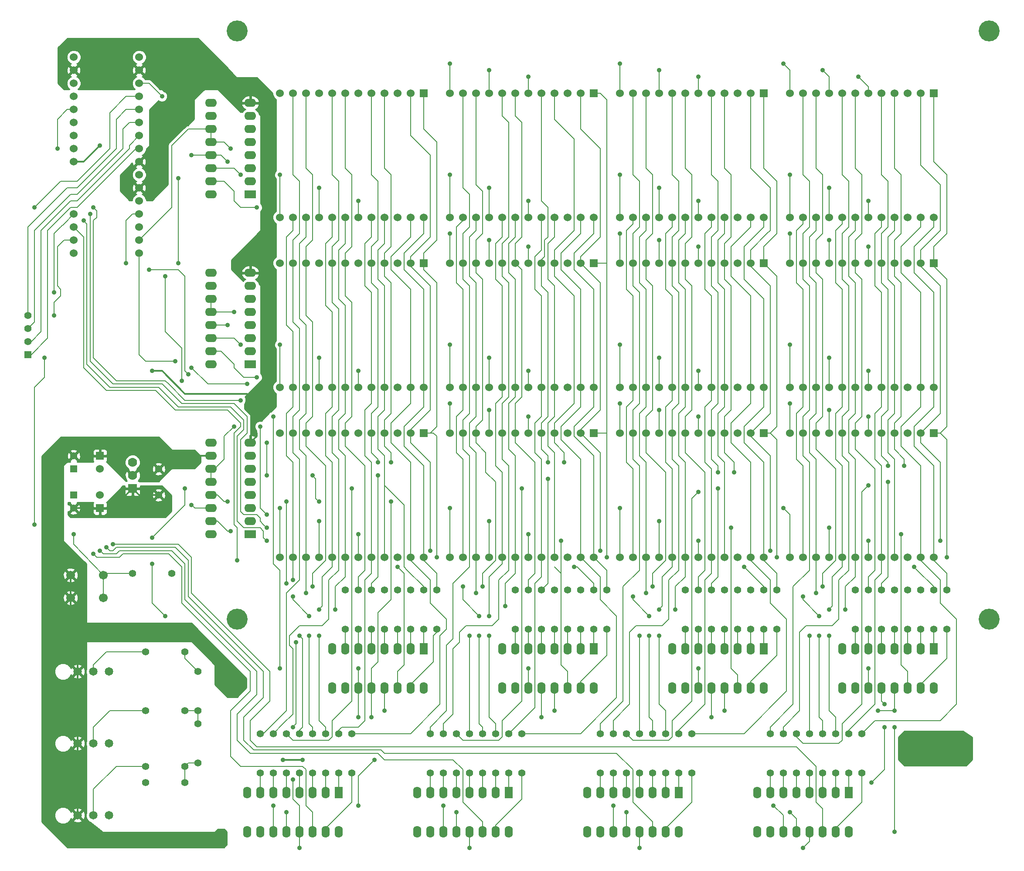
<source format=gbl>
G04 (created by PCBNEW-RS274X (2012-01-19 BZR 3256)-stable) date 7/17/2013 11:23:13 AM*
G01*
G70*
G90*
%MOIN*%
G04 Gerber Fmt 3.4, Leading zero omitted, Abs format*
%FSLAX34Y34*%
G04 APERTURE LIST*
%ADD10C,0.006000*%
%ADD11C,0.160000*%
%ADD12R,0.055000X0.055000*%
%ADD13C,0.055000*%
%ADD14R,0.060000X0.060000*%
%ADD15C,0.060000*%
%ADD16R,0.090000X0.062000*%
%ADD17O,0.090000X0.062000*%
%ADD18C,0.070000*%
%ADD19R,0.070000X0.070000*%
%ADD20R,0.062000X0.090000*%
%ADD21O,0.062000X0.090000*%
%ADD22C,0.065000*%
%ADD23C,0.067000*%
%ADD24C,0.035000*%
%ADD25C,0.012000*%
%ADD26C,0.008000*%
%ADD27C,0.010000*%
G04 APERTURE END LIST*
G54D10*
G54D11*
X108500Y-53000D03*
X108500Y-08000D03*
G54D12*
X38500Y-41500D03*
G54D13*
X38500Y-40500D03*
G54D12*
X38500Y-43500D03*
G54D13*
X38500Y-44500D03*
G54D14*
X65250Y-12750D03*
G54D15*
X64250Y-12750D03*
X63250Y-12750D03*
X62250Y-12750D03*
X61250Y-12750D03*
X60250Y-12750D03*
X59250Y-12750D03*
X58250Y-12750D03*
X57250Y-12750D03*
X56250Y-12750D03*
X55250Y-12750D03*
X54250Y-12750D03*
X54250Y-22250D03*
X55250Y-22250D03*
X56250Y-22250D03*
X57250Y-22250D03*
X58250Y-22250D03*
X59250Y-22250D03*
X60250Y-22250D03*
X61250Y-22250D03*
X62250Y-22250D03*
X63250Y-22250D03*
X64250Y-22250D03*
X65250Y-22250D03*
G54D14*
X65250Y-25750D03*
G54D15*
X64250Y-25750D03*
X63250Y-25750D03*
X62250Y-25750D03*
X61250Y-25750D03*
X60250Y-25750D03*
X59250Y-25750D03*
X58250Y-25750D03*
X57250Y-25750D03*
X56250Y-25750D03*
X55250Y-25750D03*
X54250Y-25750D03*
X54250Y-35250D03*
X55250Y-35250D03*
X56250Y-35250D03*
X57250Y-35250D03*
X58250Y-35250D03*
X59250Y-35250D03*
X60250Y-35250D03*
X61250Y-35250D03*
X62250Y-35250D03*
X63250Y-35250D03*
X64250Y-35250D03*
X65250Y-35250D03*
G54D14*
X65250Y-38750D03*
G54D15*
X64250Y-38750D03*
X63250Y-38750D03*
X62250Y-38750D03*
X61250Y-38750D03*
X60250Y-38750D03*
X59250Y-38750D03*
X58250Y-38750D03*
X57250Y-38750D03*
X56250Y-38750D03*
X55250Y-38750D03*
X54250Y-38750D03*
X54250Y-48250D03*
X55250Y-48250D03*
X56250Y-48250D03*
X57250Y-48250D03*
X58250Y-48250D03*
X59250Y-48250D03*
X60250Y-48250D03*
X61250Y-48250D03*
X62250Y-48250D03*
X63250Y-48250D03*
X64250Y-48250D03*
X65250Y-48250D03*
G54D14*
X78250Y-12750D03*
G54D15*
X77250Y-12750D03*
X76250Y-12750D03*
X75250Y-12750D03*
X74250Y-12750D03*
X73250Y-12750D03*
X72250Y-12750D03*
X71250Y-12750D03*
X70250Y-12750D03*
X69250Y-12750D03*
X68250Y-12750D03*
X67250Y-12750D03*
X67250Y-22250D03*
X68250Y-22250D03*
X69250Y-22250D03*
X70250Y-22250D03*
X71250Y-22250D03*
X72250Y-22250D03*
X73250Y-22250D03*
X74250Y-22250D03*
X75250Y-22250D03*
X76250Y-22250D03*
X77250Y-22250D03*
X78250Y-22250D03*
G54D14*
X78250Y-25750D03*
G54D15*
X77250Y-25750D03*
X76250Y-25750D03*
X75250Y-25750D03*
X74250Y-25750D03*
X73250Y-25750D03*
X72250Y-25750D03*
X71250Y-25750D03*
X70250Y-25750D03*
X69250Y-25750D03*
X68250Y-25750D03*
X67250Y-25750D03*
X67250Y-35250D03*
X68250Y-35250D03*
X69250Y-35250D03*
X70250Y-35250D03*
X71250Y-35250D03*
X72250Y-35250D03*
X73250Y-35250D03*
X74250Y-35250D03*
X75250Y-35250D03*
X76250Y-35250D03*
X77250Y-35250D03*
X78250Y-35250D03*
G54D14*
X78250Y-38750D03*
G54D15*
X77250Y-38750D03*
X76250Y-38750D03*
X75250Y-38750D03*
X74250Y-38750D03*
X73250Y-38750D03*
X72250Y-38750D03*
X71250Y-38750D03*
X70250Y-38750D03*
X69250Y-38750D03*
X68250Y-38750D03*
X67250Y-38750D03*
X67250Y-48250D03*
X68250Y-48250D03*
X69250Y-48250D03*
X70250Y-48250D03*
X71250Y-48250D03*
X72250Y-48250D03*
X73250Y-48250D03*
X74250Y-48250D03*
X75250Y-48250D03*
X76250Y-48250D03*
X77250Y-48250D03*
X78250Y-48250D03*
G54D14*
X91250Y-12750D03*
G54D15*
X90250Y-12750D03*
X89250Y-12750D03*
X88250Y-12750D03*
X87250Y-12750D03*
X86250Y-12750D03*
X85250Y-12750D03*
X84250Y-12750D03*
X83250Y-12750D03*
X82250Y-12750D03*
X81250Y-12750D03*
X80250Y-12750D03*
X80250Y-22250D03*
X81250Y-22250D03*
X82250Y-22250D03*
X83250Y-22250D03*
X84250Y-22250D03*
X85250Y-22250D03*
X86250Y-22250D03*
X87250Y-22250D03*
X88250Y-22250D03*
X89250Y-22250D03*
X90250Y-22250D03*
X91250Y-22250D03*
G54D14*
X91250Y-25750D03*
G54D15*
X90250Y-25750D03*
X89250Y-25750D03*
X88250Y-25750D03*
X87250Y-25750D03*
X86250Y-25750D03*
X85250Y-25750D03*
X84250Y-25750D03*
X83250Y-25750D03*
X82250Y-25750D03*
X81250Y-25750D03*
X80250Y-25750D03*
X80250Y-35250D03*
X81250Y-35250D03*
X82250Y-35250D03*
X83250Y-35250D03*
X84250Y-35250D03*
X85250Y-35250D03*
X86250Y-35250D03*
X87250Y-35250D03*
X88250Y-35250D03*
X89250Y-35250D03*
X90250Y-35250D03*
X91250Y-35250D03*
G54D14*
X91250Y-38750D03*
G54D15*
X90250Y-38750D03*
X89250Y-38750D03*
X88250Y-38750D03*
X87250Y-38750D03*
X86250Y-38750D03*
X85250Y-38750D03*
X84250Y-38750D03*
X83250Y-38750D03*
X82250Y-38750D03*
X81250Y-38750D03*
X80250Y-38750D03*
X80250Y-48250D03*
X81250Y-48250D03*
X82250Y-48250D03*
X83250Y-48250D03*
X84250Y-48250D03*
X85250Y-48250D03*
X86250Y-48250D03*
X87250Y-48250D03*
X88250Y-48250D03*
X89250Y-48250D03*
X90250Y-48250D03*
X91250Y-48250D03*
G54D14*
X104250Y-12750D03*
G54D15*
X103250Y-12750D03*
X102250Y-12750D03*
X101250Y-12750D03*
X100250Y-12750D03*
X99250Y-12750D03*
X98250Y-12750D03*
X97250Y-12750D03*
X96250Y-12750D03*
X95250Y-12750D03*
X94250Y-12750D03*
X93250Y-12750D03*
X93250Y-22250D03*
X94250Y-22250D03*
X95250Y-22250D03*
X96250Y-22250D03*
X97250Y-22250D03*
X98250Y-22250D03*
X99250Y-22250D03*
X100250Y-22250D03*
X101250Y-22250D03*
X102250Y-22250D03*
X103250Y-22250D03*
X104250Y-22250D03*
G54D14*
X104250Y-25750D03*
G54D15*
X103250Y-25750D03*
X102250Y-25750D03*
X101250Y-25750D03*
X100250Y-25750D03*
X99250Y-25750D03*
X98250Y-25750D03*
X97250Y-25750D03*
X96250Y-25750D03*
X95250Y-25750D03*
X94250Y-25750D03*
X93250Y-25750D03*
X93250Y-35250D03*
X94250Y-35250D03*
X95250Y-35250D03*
X96250Y-35250D03*
X97250Y-35250D03*
X98250Y-35250D03*
X99250Y-35250D03*
X100250Y-35250D03*
X101250Y-35250D03*
X102250Y-35250D03*
X103250Y-35250D03*
X104250Y-35250D03*
G54D14*
X104250Y-38750D03*
G54D15*
X103250Y-38750D03*
X102250Y-38750D03*
X101250Y-38750D03*
X100250Y-38750D03*
X99250Y-38750D03*
X98250Y-38750D03*
X97250Y-38750D03*
X96250Y-38750D03*
X95250Y-38750D03*
X94250Y-38750D03*
X93250Y-38750D03*
X93250Y-48250D03*
X94250Y-48250D03*
X95250Y-48250D03*
X96250Y-48250D03*
X97250Y-48250D03*
X98250Y-48250D03*
X99250Y-48250D03*
X100250Y-48250D03*
X101250Y-48250D03*
X102250Y-48250D03*
X103250Y-48250D03*
X104250Y-48250D03*
G54D16*
X52000Y-20500D03*
G54D17*
X52000Y-19500D03*
X52000Y-18500D03*
X52000Y-17500D03*
X52000Y-16500D03*
X52000Y-15500D03*
X52000Y-14500D03*
X52000Y-13500D03*
X49000Y-13500D03*
X49000Y-14500D03*
X49000Y-15500D03*
X49000Y-16500D03*
X49000Y-17500D03*
X49000Y-18500D03*
X49000Y-19500D03*
X49000Y-20500D03*
G54D16*
X52000Y-33500D03*
G54D17*
X52000Y-32500D03*
X52000Y-31500D03*
X52000Y-30500D03*
X52000Y-29500D03*
X52000Y-28500D03*
X52000Y-27500D03*
X52000Y-26500D03*
X49000Y-26500D03*
X49000Y-27500D03*
X49000Y-28500D03*
X49000Y-29500D03*
X49000Y-30500D03*
X49000Y-31500D03*
X49000Y-32500D03*
X49000Y-33500D03*
G54D16*
X52000Y-46500D03*
G54D17*
X52000Y-45500D03*
X52000Y-44500D03*
X52000Y-43500D03*
X52000Y-42500D03*
X52000Y-41500D03*
X52000Y-40500D03*
X52000Y-39500D03*
X49000Y-39500D03*
X49000Y-40500D03*
X49000Y-41500D03*
X49000Y-42500D03*
X49000Y-43500D03*
X49000Y-44500D03*
X49000Y-45500D03*
X49000Y-46500D03*
G54D18*
X43000Y-41000D03*
X43000Y-42000D03*
G54D19*
X43000Y-43000D03*
G54D13*
X65250Y-53750D03*
X65250Y-50750D03*
X73250Y-53750D03*
X73250Y-50750D03*
X72250Y-53750D03*
X72250Y-50750D03*
X74250Y-53750D03*
X74250Y-50750D03*
X75250Y-53750D03*
X75250Y-50750D03*
X62250Y-53750D03*
X62250Y-50750D03*
X61250Y-53750D03*
X61250Y-50750D03*
X59250Y-53750D03*
X59250Y-50750D03*
X60250Y-53750D03*
X60250Y-50750D03*
X64250Y-53750D03*
X64250Y-50750D03*
X63250Y-53750D03*
X63250Y-50750D03*
X76250Y-53750D03*
X76250Y-50750D03*
X66250Y-53750D03*
X66250Y-50750D03*
X94750Y-64750D03*
X94750Y-61750D03*
X93750Y-64750D03*
X93750Y-61750D03*
X91750Y-64750D03*
X91750Y-61750D03*
X92750Y-64750D03*
X92750Y-61750D03*
X96750Y-64750D03*
X96750Y-61750D03*
X95750Y-64750D03*
X95750Y-61750D03*
X97750Y-64750D03*
X97750Y-61750D03*
X87250Y-53750D03*
X87250Y-50750D03*
X105250Y-53750D03*
X105250Y-50750D03*
X104250Y-53750D03*
X104250Y-50750D03*
X102250Y-53750D03*
X102250Y-50750D03*
X103250Y-53750D03*
X103250Y-50750D03*
X99250Y-53750D03*
X99250Y-50750D03*
X98250Y-53750D03*
X98250Y-50750D03*
X100250Y-53750D03*
X100250Y-50750D03*
X101250Y-53750D03*
X101250Y-50750D03*
X88250Y-53750D03*
X88250Y-50750D03*
X77250Y-53750D03*
X77250Y-50750D03*
X85250Y-53750D03*
X85250Y-50750D03*
X86250Y-53750D03*
X86250Y-50750D03*
X90250Y-53750D03*
X90250Y-50750D03*
X89250Y-53750D03*
X89250Y-50750D03*
X91250Y-53750D03*
X91250Y-50750D03*
X92250Y-53750D03*
X92250Y-50750D03*
X79250Y-53750D03*
X79250Y-50750D03*
X78250Y-53750D03*
X78250Y-50750D03*
X85750Y-64750D03*
X85750Y-61750D03*
X98750Y-64750D03*
X98750Y-61750D03*
X43000Y-49500D03*
X46000Y-49500D03*
X44000Y-55500D03*
X47000Y-55500D03*
X48000Y-60000D03*
X48000Y-57000D03*
X44000Y-60000D03*
X47000Y-60000D03*
X48000Y-64000D03*
X48000Y-61000D03*
X44000Y-64250D03*
X47000Y-64250D03*
X44000Y-65500D03*
X47000Y-65500D03*
X59750Y-64750D03*
X59750Y-61750D03*
X58750Y-64750D03*
X58750Y-61750D03*
X56750Y-64750D03*
X56750Y-61750D03*
X57750Y-64750D03*
X57750Y-61750D03*
X53750Y-64750D03*
X53750Y-61750D03*
X52750Y-64750D03*
X52750Y-61750D03*
X54750Y-64750D03*
X54750Y-61750D03*
X55750Y-64750D03*
X55750Y-61750D03*
X68750Y-64750D03*
X68750Y-61750D03*
X84750Y-64750D03*
X84750Y-61750D03*
X82750Y-64750D03*
X82750Y-61750D03*
X83750Y-64750D03*
X83750Y-61750D03*
X79750Y-64750D03*
X79750Y-61750D03*
X78750Y-64750D03*
X78750Y-61750D03*
X80750Y-64750D03*
X80750Y-61750D03*
X81750Y-64750D03*
X81750Y-61750D03*
X72750Y-64750D03*
X72750Y-61750D03*
X71750Y-64750D03*
X71750Y-61750D03*
X69750Y-64750D03*
X69750Y-61750D03*
X70750Y-64750D03*
X70750Y-61750D03*
X66750Y-64750D03*
X66750Y-61750D03*
X65750Y-64750D03*
X65750Y-61750D03*
X67750Y-64750D03*
X67750Y-61750D03*
G54D20*
X97750Y-66250D03*
G54D21*
X96750Y-66250D03*
X95750Y-66250D03*
X94750Y-66250D03*
X93750Y-66250D03*
X92750Y-66250D03*
X91750Y-66250D03*
X90750Y-66250D03*
X90750Y-69250D03*
X91750Y-69250D03*
X92750Y-69250D03*
X93750Y-69250D03*
X94750Y-69250D03*
X95750Y-69250D03*
X96750Y-69250D03*
X97750Y-69250D03*
G54D20*
X84750Y-66250D03*
G54D21*
X83750Y-66250D03*
X82750Y-66250D03*
X81750Y-66250D03*
X80750Y-66250D03*
X79750Y-66250D03*
X78750Y-66250D03*
X77750Y-66250D03*
X77750Y-69250D03*
X78750Y-69250D03*
X79750Y-69250D03*
X80750Y-69250D03*
X81750Y-69250D03*
X82750Y-69250D03*
X83750Y-69250D03*
X84750Y-69250D03*
G54D20*
X71750Y-66250D03*
G54D21*
X70750Y-66250D03*
X69750Y-66250D03*
X68750Y-66250D03*
X67750Y-66250D03*
X66750Y-66250D03*
X65750Y-66250D03*
X64750Y-66250D03*
X64750Y-69250D03*
X65750Y-69250D03*
X66750Y-69250D03*
X67750Y-69250D03*
X68750Y-69250D03*
X69750Y-69250D03*
X70750Y-69250D03*
X71750Y-69250D03*
G54D20*
X58750Y-66250D03*
G54D21*
X57750Y-66250D03*
X56750Y-66250D03*
X55750Y-66250D03*
X54750Y-66250D03*
X53750Y-66250D03*
X52750Y-66250D03*
X51750Y-66250D03*
X51750Y-69250D03*
X52750Y-69250D03*
X53750Y-69250D03*
X54750Y-69250D03*
X55750Y-69250D03*
X56750Y-69250D03*
X57750Y-69250D03*
X58750Y-69250D03*
G54D20*
X104250Y-55250D03*
G54D21*
X103250Y-55250D03*
X102250Y-55250D03*
X101250Y-55250D03*
X100250Y-55250D03*
X99250Y-55250D03*
X98250Y-55250D03*
X97250Y-55250D03*
X97250Y-58250D03*
X98250Y-58250D03*
X99250Y-58250D03*
X100250Y-58250D03*
X101250Y-58250D03*
X102250Y-58250D03*
X103250Y-58250D03*
X104250Y-58250D03*
G54D20*
X65250Y-55250D03*
G54D21*
X64250Y-55250D03*
X63250Y-55250D03*
X62250Y-55250D03*
X61250Y-55250D03*
X60250Y-55250D03*
X59250Y-55250D03*
X58250Y-55250D03*
X58250Y-58250D03*
X59250Y-58250D03*
X60250Y-58250D03*
X61250Y-58250D03*
X62250Y-58250D03*
X63250Y-58250D03*
X64250Y-58250D03*
X65250Y-58250D03*
G54D20*
X78250Y-55250D03*
G54D21*
X77250Y-55250D03*
X76250Y-55250D03*
X75250Y-55250D03*
X74250Y-55250D03*
X73250Y-55250D03*
X72250Y-55250D03*
X71250Y-55250D03*
X71250Y-58250D03*
X72250Y-58250D03*
X73250Y-58250D03*
X74250Y-58250D03*
X75250Y-58250D03*
X76250Y-58250D03*
X77250Y-58250D03*
X78250Y-58250D03*
G54D20*
X91250Y-55250D03*
G54D21*
X90250Y-55250D03*
X89250Y-55250D03*
X88250Y-55250D03*
X87250Y-55250D03*
X86250Y-55250D03*
X85250Y-55250D03*
X84250Y-55250D03*
X84250Y-58250D03*
X85250Y-58250D03*
X86250Y-58250D03*
X87250Y-58250D03*
X88250Y-58250D03*
X89250Y-58250D03*
X90250Y-58250D03*
X91250Y-58250D03*
G54D13*
X45000Y-41500D03*
X45000Y-43500D03*
G54D14*
X40500Y-44500D03*
G54D15*
X40500Y-43500D03*
G54D14*
X40500Y-40500D03*
G54D15*
X40500Y-41500D03*
G54D22*
X38800Y-68000D03*
X40000Y-68000D03*
X41200Y-68000D03*
X38800Y-62500D03*
X40000Y-62500D03*
X41200Y-62500D03*
X38800Y-57000D03*
X40000Y-57000D03*
X41200Y-57000D03*
G54D12*
X35000Y-32750D03*
G54D13*
X35000Y-31750D03*
X35000Y-30750D03*
X35000Y-29750D03*
G54D15*
X38500Y-10000D03*
X38500Y-11000D03*
X38500Y-12000D03*
X38500Y-13000D03*
X38500Y-14000D03*
X38500Y-15000D03*
X38500Y-16000D03*
X38500Y-17000D03*
X38500Y-18000D03*
X38500Y-22000D03*
X38500Y-23000D03*
X38500Y-24000D03*
X38500Y-25000D03*
X43500Y-25000D03*
X43500Y-24000D03*
X43500Y-23000D03*
X43500Y-22000D03*
X43500Y-21000D03*
X43500Y-20000D03*
X43500Y-19000D03*
X43500Y-18000D03*
X43500Y-17000D03*
X43500Y-16000D03*
X43500Y-15000D03*
X43500Y-14000D03*
X43500Y-13000D03*
X43500Y-12000D03*
X43500Y-11000D03*
X43500Y-10000D03*
G54D11*
X51000Y-53000D03*
G54D23*
X38250Y-49625D03*
X38250Y-51375D03*
X40750Y-51375D03*
X40750Y-49625D03*
G54D11*
X51000Y-08000D03*
G54D24*
X60250Y-56750D03*
X51750Y-35000D03*
X47500Y-33750D03*
X92000Y-67250D03*
X86250Y-56750D03*
X66750Y-67250D03*
X53750Y-37500D03*
X60250Y-67250D03*
X61500Y-63750D03*
X73250Y-56750D03*
X53750Y-67250D03*
X99250Y-56750D03*
X79750Y-67250D03*
X60250Y-60500D03*
X46250Y-33250D03*
X54250Y-56750D03*
X54750Y-67750D03*
X50750Y-29500D03*
X67750Y-67750D03*
X87250Y-60500D03*
X100500Y-61250D03*
X93250Y-67750D03*
X53250Y-39500D03*
X50500Y-17000D03*
X50750Y-38250D03*
X53250Y-42000D03*
X62750Y-44000D03*
X56750Y-42000D03*
X57250Y-44000D03*
X74250Y-60500D03*
X80750Y-67750D03*
X99500Y-65500D03*
X61250Y-60500D03*
X100500Y-59500D03*
X101250Y-61250D03*
X75250Y-60000D03*
X62250Y-60000D03*
X55750Y-70500D03*
X88250Y-60000D03*
X68750Y-70500D03*
X94250Y-70500D03*
X101250Y-60000D03*
X55250Y-65250D03*
X100000Y-60000D03*
X54750Y-44000D03*
X47500Y-17500D03*
X50250Y-18000D03*
X81750Y-70500D03*
X50250Y-30500D03*
X50250Y-44000D03*
X55500Y-54750D03*
X55250Y-61250D03*
X54750Y-50250D03*
X101250Y-69250D03*
X52750Y-38250D03*
X40000Y-21500D03*
X101750Y-46500D03*
X51250Y-36250D03*
X53250Y-45000D03*
X102750Y-49000D03*
X97500Y-52250D03*
X95250Y-51000D03*
X105250Y-48250D03*
X102000Y-41250D03*
X100750Y-42500D03*
X95750Y-50500D03*
X88750Y-46000D03*
X53250Y-46000D03*
X39750Y-22000D03*
X89750Y-49000D03*
X84500Y-52250D03*
X82250Y-51000D03*
X92250Y-48250D03*
X87750Y-43000D03*
X89000Y-41750D03*
X82750Y-50500D03*
X75750Y-47000D03*
X39250Y-22500D03*
X53250Y-47000D03*
X76750Y-49000D03*
X71500Y-52000D03*
X69250Y-51000D03*
X79250Y-48250D03*
X76000Y-41000D03*
X74750Y-42250D03*
X69750Y-50500D03*
X63250Y-49000D03*
X51000Y-48500D03*
X58500Y-52250D03*
X56250Y-51000D03*
X66250Y-48250D03*
X62750Y-41000D03*
X61750Y-42000D03*
X56750Y-50500D03*
X45000Y-19250D03*
X102000Y-63500D03*
X44500Y-34000D03*
X102000Y-62750D03*
X54500Y-63750D03*
X56000Y-63750D03*
X106250Y-63750D03*
X106750Y-62750D03*
X106000Y-62000D03*
X102000Y-62000D03*
X60250Y-34000D03*
X86250Y-34000D03*
X99250Y-34000D03*
X73250Y-34000D03*
X83250Y-24000D03*
X96250Y-24000D03*
X70250Y-24000D03*
X70250Y-33000D03*
X57250Y-33000D03*
X96250Y-33000D03*
X83250Y-33000D03*
X52500Y-34500D03*
X73250Y-46500D03*
X99250Y-47000D03*
X86250Y-47000D03*
X60250Y-46500D03*
X67250Y-44500D03*
X92750Y-44500D03*
X54250Y-44500D03*
X80250Y-44500D03*
X99250Y-37500D03*
X86250Y-37500D03*
X73250Y-37500D03*
X96250Y-20000D03*
X57250Y-20000D03*
X70250Y-20000D03*
X83250Y-20000D03*
X73250Y-24500D03*
X86250Y-24500D03*
X99250Y-24500D03*
X93250Y-32000D03*
X67250Y-32000D03*
X54250Y-32000D03*
X80250Y-32000D03*
X50500Y-46250D03*
X83250Y-37000D03*
X70250Y-37000D03*
X96250Y-37000D03*
X57250Y-45500D03*
X70250Y-45500D03*
X83250Y-45500D03*
X96250Y-46000D03*
X80250Y-36500D03*
X93250Y-36500D03*
X67250Y-36500D03*
X51250Y-32000D03*
X67250Y-23500D03*
X93250Y-23500D03*
X80250Y-23500D03*
X51250Y-19000D03*
X83250Y-11000D03*
X70250Y-11000D03*
X95750Y-11000D03*
X98500Y-11500D03*
X73250Y-11500D03*
X86250Y-11500D03*
X67250Y-10500D03*
X80250Y-10500D03*
X92750Y-10500D03*
X80250Y-19000D03*
X54250Y-19000D03*
X67250Y-19000D03*
X93250Y-19000D03*
X99250Y-21000D03*
X86250Y-21000D03*
X60250Y-21000D03*
X73250Y-21000D03*
X52500Y-21500D03*
X35500Y-45750D03*
X36250Y-33000D03*
X38500Y-46500D03*
X35500Y-21500D03*
X47000Y-43000D03*
X46500Y-19250D03*
X45500Y-26750D03*
X46500Y-25750D03*
X46750Y-34750D03*
X45250Y-13000D03*
X44500Y-48750D03*
X44500Y-46750D03*
X45500Y-52750D03*
X37250Y-17000D03*
X41500Y-47250D03*
X96250Y-52250D03*
X96250Y-54250D03*
X95500Y-52750D03*
X95500Y-54250D03*
X94250Y-51250D03*
X104750Y-47000D03*
X94750Y-54250D03*
X100750Y-41250D03*
X99250Y-42750D03*
X41000Y-47500D03*
X83250Y-54250D03*
X83250Y-52250D03*
X82500Y-52750D03*
X82500Y-54250D03*
X81250Y-51250D03*
X91750Y-47750D03*
X81750Y-54250D03*
X86250Y-43250D03*
X87750Y-41750D03*
X40500Y-47750D03*
X37000Y-28000D03*
X70250Y-52750D03*
X70250Y-54250D03*
X68250Y-50500D03*
X69500Y-54250D03*
X69500Y-52750D03*
X68750Y-54250D03*
X78750Y-47750D03*
X72750Y-43000D03*
X74750Y-41000D03*
X37000Y-29750D03*
X40000Y-48000D03*
X57250Y-54250D03*
X57250Y-52250D03*
X55250Y-51250D03*
X56500Y-52750D03*
X55250Y-50000D03*
X56500Y-54250D03*
X55750Y-54250D03*
X65750Y-47750D03*
X61750Y-41000D03*
X59750Y-43000D03*
X47250Y-34250D03*
X47500Y-44250D03*
X44250Y-26250D03*
X42500Y-25750D03*
X48000Y-40750D03*
X47500Y-41250D03*
X49750Y-69250D03*
X51000Y-57500D03*
X50000Y-69750D03*
X51250Y-58250D03*
X50500Y-58500D03*
X40500Y-16750D03*
X47500Y-40250D03*
X49500Y-70000D03*
G54D25*
X43500Y-43500D02*
X43000Y-43000D01*
X40500Y-44500D02*
X41500Y-44500D01*
X38500Y-44500D02*
X40500Y-44500D01*
X45000Y-43500D02*
X43500Y-43500D01*
X41500Y-44500D02*
X43000Y-43000D01*
G54D26*
X79750Y-67250D02*
X79750Y-67250D01*
X92750Y-68000D02*
X92000Y-67250D01*
X73250Y-56750D02*
X73250Y-58250D01*
X92750Y-69250D02*
X92750Y-68000D01*
X86250Y-56750D02*
X86250Y-58250D01*
X60250Y-65000D02*
X61500Y-63750D01*
X60250Y-58250D02*
X60250Y-56750D01*
X79750Y-67250D02*
X79750Y-69250D01*
X51750Y-35000D02*
X49250Y-35000D01*
X54250Y-53000D02*
X54250Y-49250D01*
X46250Y-33250D02*
X44000Y-33250D01*
X53750Y-67250D02*
X53750Y-67250D01*
X99250Y-56750D02*
X99250Y-58250D01*
X60250Y-65000D02*
X60250Y-67250D01*
X49250Y-35000D02*
X48750Y-35000D01*
X53750Y-67250D02*
X53750Y-69250D01*
X48750Y-35000D02*
X47500Y-33750D01*
X54250Y-49250D02*
X53750Y-48750D01*
X43500Y-31750D02*
X43500Y-25000D01*
X53750Y-48750D02*
X53750Y-42000D01*
X44000Y-33250D02*
X43500Y-32750D01*
X66750Y-69250D02*
X66750Y-67250D01*
X43500Y-32750D02*
X43500Y-31750D01*
X92000Y-67250D02*
X92000Y-67250D01*
X60250Y-58250D02*
X60250Y-60500D01*
X53750Y-37750D02*
X53750Y-37500D01*
X54250Y-56750D02*
X54250Y-53000D01*
X43500Y-32750D02*
X43500Y-31750D01*
X53750Y-42000D02*
X53750Y-37750D01*
X54750Y-69250D02*
X54750Y-69000D01*
X61250Y-60500D02*
X61250Y-58250D01*
X61250Y-58250D02*
X61250Y-56750D01*
X100250Y-59250D02*
X100250Y-58250D01*
X93750Y-69250D02*
X93750Y-68250D01*
X57250Y-44000D02*
X57000Y-43750D01*
X100500Y-64500D02*
X100500Y-61250D01*
X54750Y-69000D02*
X54750Y-67750D01*
X50750Y-29500D02*
X49000Y-29500D01*
X74250Y-60500D02*
X74250Y-58250D01*
X87250Y-60500D02*
X87250Y-58250D01*
X93750Y-68250D02*
X93250Y-67750D01*
X67750Y-67750D02*
X67750Y-69250D01*
X99500Y-65500D02*
X100500Y-64500D01*
X49000Y-16500D02*
X49000Y-15500D01*
X62750Y-51500D02*
X62750Y-47750D01*
X44500Y-23000D02*
X46000Y-21500D01*
X50500Y-17000D02*
X50000Y-16500D01*
X50000Y-16500D02*
X49000Y-16500D01*
X61750Y-52500D02*
X62750Y-51500D01*
X46000Y-21500D02*
X46000Y-16750D01*
X61750Y-56250D02*
X61750Y-52500D01*
X57000Y-43750D02*
X57000Y-42250D01*
X44500Y-23000D02*
X43500Y-24000D01*
X57000Y-42250D02*
X56750Y-42000D01*
X50000Y-40750D02*
X49250Y-41500D01*
X61250Y-56750D02*
X61750Y-56250D01*
X46000Y-16750D02*
X47250Y-15500D01*
X49000Y-41500D02*
X49250Y-41500D01*
X100500Y-59500D02*
X100250Y-59250D01*
X80750Y-67750D02*
X80750Y-69250D01*
X49000Y-29500D02*
X49000Y-28500D01*
X53250Y-42000D02*
X53250Y-39500D01*
X49000Y-15500D02*
X47250Y-15500D01*
X50750Y-38250D02*
X50000Y-39000D01*
X50000Y-39000D02*
X50000Y-40750D01*
X62750Y-47750D02*
X62750Y-44000D01*
X49000Y-41500D02*
X49000Y-42500D01*
X48000Y-17500D02*
X49000Y-17500D01*
X68750Y-70250D02*
X68750Y-70500D01*
X94750Y-70000D02*
X94250Y-70500D01*
X55250Y-66750D02*
X55250Y-65250D01*
X54750Y-50250D02*
X54750Y-44500D01*
X62250Y-58250D02*
X62250Y-60000D01*
X101250Y-69250D02*
X101250Y-61250D01*
X94750Y-69250D02*
X94750Y-70000D01*
X50250Y-30500D02*
X49000Y-30500D01*
X101250Y-58250D02*
X101250Y-60000D01*
X47500Y-17500D02*
X48000Y-17500D01*
X49750Y-17500D02*
X49000Y-17500D01*
X55500Y-54750D02*
X55500Y-61000D01*
X50000Y-44000D02*
X49500Y-43500D01*
X81750Y-70500D02*
X81750Y-69250D01*
X68750Y-70000D02*
X68750Y-70250D01*
X55750Y-67250D02*
X55250Y-66750D01*
X50250Y-44000D02*
X50000Y-44000D01*
X50250Y-18000D02*
X49750Y-17500D01*
X55750Y-70500D02*
X55750Y-67250D01*
X75250Y-58250D02*
X75250Y-60000D01*
X49500Y-43500D02*
X49000Y-43500D01*
X88250Y-60000D02*
X88250Y-58250D01*
X55250Y-61250D02*
X55500Y-61000D01*
X54750Y-44500D02*
X54750Y-44000D01*
X68750Y-69250D02*
X68750Y-70000D01*
X55750Y-70500D02*
X55750Y-69250D01*
X101250Y-60000D02*
X100000Y-60000D01*
X40250Y-22250D02*
X40250Y-21750D01*
X45500Y-34750D02*
X41750Y-34750D01*
X52750Y-38750D02*
X52750Y-38250D01*
X45500Y-34750D02*
X45750Y-35000D01*
X40250Y-21750D02*
X40000Y-21500D01*
X41750Y-34750D02*
X40000Y-33000D01*
X102250Y-57000D02*
X101750Y-56500D01*
X40000Y-24750D02*
X40000Y-33000D01*
X102250Y-58250D02*
X102250Y-57000D01*
X40000Y-22500D02*
X40250Y-22250D01*
X53250Y-45000D02*
X52750Y-44500D01*
X52750Y-44500D02*
X52750Y-38750D01*
X51250Y-36250D02*
X49500Y-36250D01*
X101750Y-56500D02*
X101750Y-50000D01*
X47000Y-36250D02*
X45750Y-35000D01*
X101750Y-50000D02*
X101750Y-46500D01*
X49500Y-36250D02*
X47000Y-36250D01*
X40000Y-24750D02*
X40000Y-22500D01*
X104250Y-48250D02*
X104250Y-48500D01*
X104250Y-28000D02*
X104250Y-35250D01*
X105250Y-49500D02*
X105250Y-50750D01*
X102750Y-39750D02*
X104250Y-41250D01*
X102750Y-38250D02*
X102750Y-39750D01*
X104250Y-23000D02*
X102750Y-24500D01*
X104250Y-41250D02*
X104250Y-48250D01*
X102750Y-26500D02*
X104250Y-28000D01*
X102750Y-24500D02*
X102750Y-26500D01*
X104250Y-36750D02*
X102750Y-38250D01*
X104250Y-48500D02*
X105250Y-49500D01*
X104250Y-35250D02*
X104250Y-36750D01*
X104250Y-22250D02*
X104250Y-23000D01*
X101250Y-35250D02*
X101250Y-37250D01*
X101250Y-27500D02*
X100750Y-27000D01*
X102750Y-49000D02*
X103000Y-49250D01*
X101250Y-37250D02*
X100750Y-37750D01*
X101250Y-23250D02*
X101250Y-22250D01*
X104250Y-50500D02*
X104250Y-50750D01*
X101250Y-40750D02*
X101250Y-44500D01*
X101250Y-35250D02*
X101250Y-27500D01*
X101250Y-23250D02*
X100750Y-23750D01*
X100750Y-27000D02*
X100750Y-26500D01*
X100750Y-37750D02*
X100750Y-40250D01*
X103000Y-49250D02*
X104250Y-50500D01*
X100750Y-23750D02*
X100750Y-26500D01*
X101250Y-44500D02*
X101250Y-48250D01*
X100750Y-40250D02*
X101250Y-40750D01*
X97750Y-26500D02*
X97750Y-26750D01*
X97500Y-50500D02*
X97500Y-52250D01*
X97750Y-23750D02*
X97750Y-26500D01*
X98250Y-37250D02*
X97750Y-37750D01*
X97750Y-37750D02*
X97750Y-39250D01*
X98250Y-37250D02*
X98250Y-35250D01*
X98250Y-48250D02*
X98250Y-49750D01*
X97750Y-26750D02*
X98250Y-27250D01*
X98250Y-48250D02*
X98250Y-42000D01*
X98250Y-23250D02*
X98250Y-22250D01*
X97750Y-39250D02*
X97750Y-40250D01*
X97750Y-40250D02*
X98250Y-40750D01*
X98250Y-49750D02*
X97500Y-50500D01*
X98250Y-40750D02*
X98250Y-42000D01*
X98250Y-35250D02*
X98250Y-28750D01*
X98250Y-23250D02*
X97750Y-23750D01*
X98250Y-27250D02*
X98250Y-28750D01*
X95250Y-37250D02*
X94750Y-37750D01*
X95250Y-23250D02*
X94750Y-23750D01*
X95250Y-27250D02*
X95250Y-28750D01*
X95250Y-40750D02*
X95250Y-48250D01*
X94750Y-26500D02*
X94750Y-26750D01*
X94750Y-26750D02*
X95250Y-27250D01*
X95250Y-48250D02*
X95250Y-51000D01*
X94750Y-37750D02*
X94750Y-39250D01*
X94750Y-23750D02*
X94750Y-26500D01*
X95250Y-35250D02*
X95250Y-28750D01*
X94750Y-40250D02*
X95250Y-40750D01*
X94750Y-39250D02*
X94750Y-40250D01*
X95250Y-23250D02*
X95250Y-22250D01*
X95250Y-35250D02*
X95250Y-37250D01*
X105250Y-19000D02*
X104250Y-18000D01*
X104750Y-38750D02*
X105250Y-39250D01*
X104250Y-38750D02*
X104750Y-38750D01*
X105250Y-23500D02*
X105250Y-19000D01*
X104250Y-18000D02*
X104250Y-12750D01*
X104750Y-38750D02*
X105250Y-38250D01*
X104250Y-25750D02*
X104250Y-24500D01*
X104250Y-24500D02*
X105250Y-23500D01*
X105250Y-39250D02*
X105250Y-48250D01*
X105250Y-38250D02*
X105250Y-27000D01*
X104250Y-26000D02*
X104250Y-25750D01*
X105250Y-27000D02*
X104250Y-26000D01*
X101250Y-25750D02*
X101250Y-24000D01*
X100750Y-49750D02*
X100250Y-50250D01*
X101250Y-26750D02*
X101750Y-27250D01*
X100250Y-50250D02*
X100250Y-50750D01*
X101750Y-23500D02*
X101750Y-19000D01*
X101250Y-38000D02*
X101250Y-38750D01*
X101250Y-25750D02*
X101250Y-26750D01*
X101750Y-19000D02*
X101250Y-18500D01*
X101250Y-40000D02*
X102000Y-40750D01*
X102000Y-40750D02*
X102000Y-41250D01*
X101750Y-27250D02*
X101750Y-37500D01*
X101250Y-38750D02*
X101250Y-40000D01*
X101750Y-37500D02*
X101250Y-38000D01*
X101250Y-24000D02*
X101750Y-23500D01*
X100750Y-42500D02*
X100750Y-49750D01*
X101250Y-18500D02*
X101250Y-12750D01*
X98250Y-25750D02*
X98250Y-26500D01*
X98750Y-27000D02*
X98750Y-28750D01*
X98250Y-25750D02*
X98250Y-24000D01*
X98750Y-23500D02*
X98750Y-19000D01*
X98250Y-38000D02*
X98250Y-38750D01*
X99750Y-48750D02*
X99750Y-49250D01*
X98250Y-24000D02*
X98750Y-23500D01*
X98750Y-35750D02*
X98750Y-28750D01*
X98250Y-18500D02*
X98250Y-12750D01*
X99750Y-49250D02*
X99250Y-49750D01*
X98750Y-35750D02*
X98750Y-37500D01*
X98750Y-19000D02*
X98250Y-18500D01*
X98750Y-37500D02*
X98250Y-38000D01*
X98250Y-26500D02*
X98750Y-27000D01*
X98250Y-38750D02*
X98250Y-40000D01*
X99250Y-49750D02*
X99250Y-50750D01*
X98250Y-40000D02*
X99750Y-41500D01*
X99750Y-41500D02*
X99750Y-48750D01*
X95250Y-26500D02*
X95750Y-27000D01*
X96750Y-41500D02*
X96750Y-48500D01*
X95250Y-38000D02*
X95250Y-38750D01*
X95250Y-18500D02*
X95750Y-19000D01*
X95250Y-25750D02*
X95250Y-26500D01*
X95750Y-23500D02*
X95250Y-24000D01*
X95750Y-37500D02*
X95250Y-38000D01*
X95250Y-38750D02*
X95250Y-40000D01*
X95750Y-49500D02*
X95750Y-50500D01*
X95250Y-12750D02*
X95250Y-18500D01*
X95250Y-40000D02*
X96750Y-41500D01*
X95250Y-24000D02*
X95250Y-25750D01*
X95750Y-27000D02*
X95750Y-28750D01*
X95750Y-35750D02*
X95750Y-28750D01*
X96750Y-48500D02*
X95750Y-49500D01*
X95750Y-35750D02*
X95750Y-37500D01*
X95750Y-19000D02*
X95750Y-23500D01*
X39750Y-33250D02*
X39750Y-27000D01*
X89250Y-58250D02*
X89250Y-57250D01*
X52750Y-45500D02*
X52750Y-45250D01*
X51750Y-37500D02*
X51250Y-37000D01*
X53000Y-45750D02*
X52750Y-45500D01*
X51250Y-40250D02*
X51250Y-39250D01*
X52500Y-45000D02*
X51500Y-45000D01*
X51500Y-45000D02*
X51250Y-44750D01*
X51250Y-39250D02*
X51750Y-38750D01*
X46750Y-36500D02*
X45250Y-35000D01*
X39750Y-27000D02*
X39750Y-23250D01*
X89250Y-57250D02*
X88750Y-56750D01*
X53250Y-46000D02*
X53000Y-45750D01*
X50750Y-36500D02*
X46750Y-36500D01*
X41500Y-35000D02*
X39750Y-33250D01*
X51250Y-37000D02*
X50750Y-36500D01*
X88750Y-56750D02*
X88750Y-46000D01*
X45250Y-35000D02*
X41500Y-35000D01*
X51250Y-44750D02*
X51250Y-40250D01*
X52750Y-45250D02*
X52500Y-45000D01*
X51750Y-38750D02*
X51750Y-37500D01*
X39750Y-23250D02*
X39750Y-22000D01*
X89750Y-27000D02*
X91250Y-28500D01*
X91250Y-48250D02*
X91250Y-41000D01*
X91250Y-28500D02*
X91250Y-35250D01*
X91250Y-41000D02*
X89750Y-39500D01*
X91250Y-23000D02*
X89750Y-24500D01*
X91250Y-48250D02*
X91250Y-48500D01*
X91250Y-36750D02*
X91250Y-35250D01*
X89750Y-24500D02*
X89750Y-27000D01*
X91250Y-22250D02*
X91250Y-23000D01*
X91250Y-48500D02*
X92250Y-49500D01*
X92250Y-49500D02*
X92250Y-50750D01*
X91250Y-36750D02*
X89750Y-38250D01*
X89750Y-38250D02*
X89750Y-39500D01*
X88250Y-35250D02*
X88250Y-36750D01*
X91250Y-50750D02*
X91250Y-50500D01*
X88250Y-36750D02*
X87750Y-37250D01*
X87750Y-37250D02*
X87750Y-39500D01*
X88250Y-41000D02*
X88250Y-48250D01*
X87750Y-40500D02*
X88250Y-41000D01*
X91250Y-50500D02*
X90250Y-49500D01*
X87750Y-39500D02*
X87750Y-40500D01*
X88250Y-35250D02*
X88250Y-27750D01*
X88250Y-23500D02*
X88250Y-22250D01*
X87750Y-27250D02*
X87750Y-24000D01*
X88250Y-27750D02*
X87750Y-27250D01*
X87750Y-24000D02*
X88250Y-23500D01*
X89750Y-49000D02*
X90250Y-49500D01*
X84750Y-24000D02*
X85250Y-23500D01*
X85250Y-48250D02*
X85250Y-49750D01*
X84750Y-27250D02*
X84750Y-24000D01*
X85250Y-23500D02*
X85250Y-22250D01*
X85250Y-27750D02*
X84750Y-27250D01*
X85250Y-49750D02*
X84500Y-50500D01*
X84750Y-37250D02*
X84750Y-40500D01*
X85250Y-41000D02*
X85250Y-48250D01*
X84750Y-40500D02*
X85250Y-41000D01*
X85250Y-35250D02*
X85250Y-27750D01*
X85250Y-35250D02*
X85250Y-36750D01*
X84500Y-50500D02*
X84500Y-52250D01*
X85250Y-36750D02*
X84750Y-37250D01*
X82250Y-36750D02*
X81750Y-37250D01*
X82250Y-41000D02*
X82250Y-48250D01*
X81750Y-40500D02*
X82250Y-41000D01*
X82250Y-27750D02*
X82250Y-35250D01*
X81750Y-23750D02*
X81750Y-27250D01*
X82250Y-48250D02*
X82250Y-51000D01*
X82250Y-23250D02*
X81750Y-23750D01*
X81750Y-27250D02*
X82250Y-27750D01*
X82250Y-22250D02*
X82250Y-23250D01*
X81750Y-37250D02*
X81750Y-40500D01*
X82250Y-35250D02*
X82250Y-36750D01*
X91750Y-38750D02*
X92250Y-38250D01*
X92250Y-39250D02*
X92250Y-41250D01*
X92250Y-38250D02*
X92250Y-26750D01*
X92250Y-26750D02*
X91250Y-25750D01*
X91250Y-24500D02*
X92250Y-23500D01*
X91250Y-25750D02*
X91250Y-24500D01*
X91250Y-18500D02*
X91250Y-12750D01*
X91250Y-38750D02*
X91750Y-38750D01*
X92250Y-23500D02*
X92250Y-19500D01*
X91250Y-18500D02*
X91750Y-19000D01*
X91750Y-38750D02*
X92250Y-39250D01*
X92250Y-41250D02*
X92250Y-48250D01*
X91750Y-19000D02*
X92250Y-19500D01*
X88750Y-27500D02*
X88750Y-33750D01*
X87750Y-43000D02*
X87750Y-49750D01*
X88250Y-40250D02*
X89000Y-41000D01*
X88750Y-19000D02*
X88750Y-23750D01*
X88250Y-27000D02*
X88750Y-27500D01*
X87250Y-50250D02*
X87250Y-50750D01*
X88250Y-24250D02*
X88250Y-25750D01*
X88750Y-23750D02*
X88250Y-24250D01*
X88250Y-37500D02*
X88250Y-38750D01*
X88250Y-38750D02*
X88250Y-40250D01*
X88250Y-37500D02*
X88750Y-37000D01*
X88250Y-18500D02*
X88750Y-19000D01*
X88250Y-12750D02*
X88250Y-18500D01*
X89000Y-41000D02*
X89000Y-41750D01*
X88750Y-37000D02*
X88750Y-33750D01*
X87750Y-49750D02*
X87250Y-50250D01*
X88250Y-25750D02*
X88250Y-27000D01*
X86750Y-41750D02*
X85250Y-40250D01*
X85750Y-23750D02*
X85250Y-24250D01*
X86750Y-49250D02*
X86750Y-41750D01*
X85250Y-18500D02*
X85750Y-19000D01*
X86250Y-49750D02*
X86750Y-49250D01*
X85250Y-40250D02*
X85250Y-38750D01*
X85250Y-25750D02*
X85250Y-27000D01*
X85750Y-27500D02*
X85750Y-37000D01*
X85250Y-37500D02*
X85250Y-38750D01*
X85250Y-24250D02*
X85250Y-25750D01*
X85250Y-12750D02*
X85250Y-18500D01*
X85750Y-37000D02*
X85250Y-37500D01*
X86250Y-50750D02*
X86250Y-49750D01*
X85750Y-19000D02*
X85750Y-23750D01*
X85250Y-27000D02*
X85750Y-27500D01*
X82250Y-25750D02*
X82250Y-27000D01*
X82250Y-40250D02*
X83250Y-41250D01*
X82250Y-38750D02*
X82250Y-40250D01*
X82250Y-25750D02*
X82250Y-24000D01*
X82250Y-37500D02*
X82250Y-38750D01*
X82750Y-19000D02*
X82250Y-18500D01*
X83250Y-41250D02*
X83500Y-41500D01*
X82750Y-37000D02*
X82250Y-37500D01*
X82750Y-27500D02*
X82750Y-37000D01*
X82250Y-27000D02*
X82750Y-27500D01*
X82750Y-49500D02*
X82750Y-50500D01*
X82250Y-18500D02*
X82250Y-12750D01*
X83750Y-41750D02*
X83750Y-48500D01*
X83500Y-41500D02*
X83750Y-41750D01*
X82250Y-24000D02*
X82750Y-23500D01*
X82750Y-23500D02*
X82750Y-19000D01*
X83750Y-48500D02*
X82750Y-49500D01*
X51500Y-37750D02*
X51000Y-37250D01*
X41250Y-35250D02*
X39500Y-33500D01*
X76250Y-57000D02*
X75750Y-56500D01*
X75750Y-49500D02*
X75250Y-49000D01*
X39500Y-33500D02*
X39500Y-30750D01*
X46500Y-36750D02*
X45000Y-35250D01*
X45000Y-35250D02*
X41250Y-35250D01*
X51250Y-45750D02*
X51000Y-45500D01*
X39500Y-22750D02*
X39250Y-22500D01*
X50500Y-36750D02*
X46500Y-36750D01*
X39500Y-30750D02*
X39500Y-23250D01*
X75750Y-49500D02*
X75750Y-47000D01*
X51000Y-37250D02*
X50500Y-36750D01*
X51000Y-41250D02*
X51000Y-44500D01*
X75750Y-56500D02*
X75750Y-49500D01*
X53250Y-47000D02*
X53000Y-46750D01*
X51500Y-38500D02*
X51500Y-37750D01*
X51000Y-45500D02*
X51000Y-45250D01*
X52750Y-46000D02*
X51500Y-46000D01*
X53000Y-46250D02*
X52750Y-46000D01*
X51000Y-41250D02*
X51000Y-39000D01*
X51500Y-46000D02*
X51250Y-45750D01*
X53000Y-46750D02*
X53000Y-46250D01*
X51000Y-45250D02*
X51000Y-44500D01*
X51000Y-39000D02*
X51500Y-38500D01*
X76250Y-58250D02*
X76250Y-57000D01*
X39500Y-23250D02*
X39500Y-22750D01*
X76750Y-25000D02*
X78250Y-23500D01*
X79250Y-50750D02*
X79250Y-49250D01*
X78250Y-23500D02*
X78250Y-22250D01*
X78250Y-35250D02*
X78250Y-27750D01*
X76750Y-26250D02*
X76750Y-25000D01*
X78250Y-36750D02*
X76750Y-38250D01*
X76750Y-38250D02*
X76750Y-39000D01*
X78250Y-35250D02*
X78250Y-36750D01*
X78250Y-40500D02*
X78250Y-48250D01*
X79250Y-49250D02*
X78250Y-48250D01*
X76750Y-39000D02*
X78250Y-40500D01*
X78250Y-27750D02*
X76750Y-26250D01*
X74750Y-38000D02*
X75250Y-37500D01*
X75250Y-35250D02*
X75250Y-27500D01*
X74750Y-27000D02*
X74750Y-24250D01*
X75250Y-27500D02*
X74750Y-27000D01*
X78250Y-50750D02*
X78250Y-50250D01*
X75250Y-23750D02*
X75250Y-22250D01*
X77000Y-49000D02*
X78250Y-50250D01*
X74750Y-24250D02*
X75250Y-23750D01*
X76750Y-49000D02*
X77000Y-49000D01*
X74750Y-39750D02*
X74750Y-38000D01*
X75250Y-37500D02*
X75250Y-35250D01*
X75250Y-40250D02*
X74750Y-39750D01*
X75250Y-48250D02*
X75250Y-40250D01*
X72250Y-35250D02*
X72250Y-36000D01*
X71750Y-26500D02*
X72250Y-27000D01*
X72250Y-48250D02*
X72250Y-49500D01*
X71500Y-50250D02*
X71500Y-52000D01*
X72250Y-27000D02*
X72250Y-35250D01*
X71750Y-36500D02*
X71750Y-40000D01*
X71750Y-24250D02*
X71750Y-26500D01*
X72250Y-40500D02*
X72250Y-48250D01*
X72250Y-36000D02*
X71750Y-36500D01*
X71750Y-40000D02*
X72250Y-40500D01*
X72250Y-23750D02*
X71750Y-24250D01*
X72250Y-49500D02*
X71500Y-50250D01*
X72250Y-22250D02*
X72250Y-23750D01*
X69250Y-37500D02*
X69250Y-35250D01*
X69250Y-40250D02*
X68750Y-39750D01*
X69250Y-35250D02*
X69250Y-27250D01*
X69250Y-48250D02*
X69250Y-40250D01*
X69250Y-23250D02*
X69250Y-22250D01*
X69250Y-27250D02*
X68750Y-26750D01*
X68750Y-38000D02*
X69250Y-37500D01*
X69250Y-51000D02*
X69250Y-48250D01*
X68750Y-23750D02*
X69250Y-23250D01*
X68750Y-39750D02*
X68750Y-38000D01*
X68750Y-26750D02*
X68750Y-23750D01*
X78750Y-12750D02*
X79250Y-13250D01*
X78250Y-12750D02*
X78750Y-12750D01*
X79250Y-38750D02*
X79250Y-48250D01*
X79250Y-38750D02*
X78250Y-38750D01*
X79250Y-25750D02*
X79250Y-38750D01*
X78250Y-25750D02*
X79250Y-25750D01*
X79250Y-13250D02*
X79250Y-25750D01*
X75250Y-24750D02*
X76750Y-23250D01*
X75250Y-25750D02*
X75250Y-24750D01*
X76750Y-36500D02*
X76750Y-28250D01*
X76750Y-28250D02*
X75250Y-26750D01*
X76000Y-40250D02*
X76000Y-41000D01*
X75250Y-38000D02*
X76750Y-36500D01*
X76750Y-23250D02*
X76750Y-16250D01*
X74750Y-50250D02*
X74250Y-50750D01*
X75250Y-38750D02*
X75250Y-39500D01*
X74750Y-42250D02*
X74750Y-48750D01*
X75250Y-38750D02*
X75250Y-38000D01*
X74750Y-48750D02*
X74750Y-50250D01*
X76750Y-16250D02*
X75250Y-14750D01*
X75250Y-39500D02*
X76000Y-40250D01*
X75250Y-26750D02*
X75250Y-25750D01*
X75250Y-14750D02*
X75250Y-12750D01*
X72750Y-15000D02*
X72250Y-14500D01*
X73750Y-41000D02*
X72250Y-39500D01*
X73750Y-49500D02*
X73750Y-41000D01*
X72250Y-24250D02*
X72750Y-23750D01*
X72750Y-26250D02*
X72250Y-25750D01*
X72250Y-25750D02*
X72250Y-24250D01*
X73250Y-50750D02*
X73250Y-50000D01*
X72250Y-38750D02*
X72250Y-36500D01*
X72250Y-14500D02*
X72250Y-12750D01*
X72250Y-36500D02*
X72750Y-36000D01*
X73250Y-50000D02*
X73750Y-49500D01*
X72750Y-36000D02*
X72750Y-26250D01*
X72250Y-39500D02*
X72250Y-38750D01*
X72750Y-23750D02*
X72750Y-15000D01*
X69250Y-39500D02*
X70000Y-40250D01*
X69250Y-38750D02*
X69250Y-38250D01*
X69750Y-27000D02*
X69250Y-26500D01*
X69750Y-23500D02*
X69750Y-20250D01*
X70750Y-48500D02*
X69750Y-49500D01*
X69250Y-26500D02*
X69250Y-25750D01*
X69250Y-24000D02*
X69750Y-23500D01*
X69750Y-49500D02*
X69750Y-50500D01*
X69250Y-25750D02*
X69250Y-24000D01*
X69750Y-20250D02*
X69250Y-19750D01*
X69250Y-19750D02*
X69250Y-12750D01*
X70000Y-40250D02*
X70000Y-41750D01*
X69750Y-37750D02*
X69750Y-27000D01*
X70000Y-41750D02*
X70750Y-42500D01*
X69250Y-38250D02*
X69750Y-37750D01*
X69250Y-38750D02*
X69250Y-39500D01*
X70750Y-42500D02*
X70750Y-48500D01*
X63750Y-49750D02*
X63750Y-49500D01*
X46250Y-37000D02*
X44750Y-35500D01*
X63750Y-49500D02*
X63250Y-49000D01*
X51000Y-46000D02*
X50750Y-45750D01*
X50750Y-37500D02*
X50250Y-37000D01*
X63250Y-57000D02*
X63750Y-56500D01*
X51000Y-48500D02*
X51000Y-46500D01*
X51250Y-38000D02*
X50750Y-37500D01*
X63250Y-58250D02*
X63250Y-57000D01*
X50750Y-45750D02*
X50750Y-45500D01*
X63750Y-56500D02*
X63750Y-49750D01*
X51000Y-46500D02*
X51000Y-46000D01*
X39250Y-33750D02*
X39250Y-23750D01*
X50750Y-43750D02*
X50750Y-38750D01*
X50750Y-45500D02*
X50750Y-43750D01*
X51250Y-38250D02*
X51250Y-38000D01*
X50250Y-37000D02*
X46250Y-37000D01*
X44750Y-35500D02*
X41000Y-35500D01*
X39250Y-23750D02*
X38500Y-23000D01*
X50750Y-38750D02*
X51250Y-38250D01*
X41000Y-35500D02*
X39250Y-33750D01*
X63750Y-39750D02*
X65250Y-41250D01*
X65250Y-36750D02*
X63750Y-38250D01*
X63750Y-26250D02*
X65250Y-27750D01*
X65250Y-41250D02*
X65250Y-48250D01*
X66250Y-49500D02*
X66250Y-50750D01*
X65250Y-22250D02*
X65250Y-23500D01*
X65250Y-35250D02*
X65250Y-36750D01*
X65250Y-48500D02*
X66250Y-49500D01*
X63750Y-38250D02*
X63750Y-39750D01*
X65250Y-48250D02*
X65250Y-48500D01*
X65250Y-23500D02*
X63750Y-25000D01*
X63750Y-25000D02*
X63750Y-26250D01*
X65250Y-27750D02*
X65250Y-35250D01*
X61750Y-27000D02*
X62250Y-27500D01*
X62250Y-40500D02*
X62250Y-42500D01*
X64000Y-49250D02*
X65250Y-50500D01*
X62250Y-37000D02*
X61750Y-37500D01*
X64000Y-49250D02*
X63750Y-49000D01*
X62250Y-42750D02*
X62250Y-47250D01*
X61750Y-24750D02*
X61750Y-26250D01*
X62250Y-22250D02*
X62250Y-24250D01*
X62250Y-24250D02*
X61750Y-24750D01*
X61750Y-37500D02*
X61750Y-39250D01*
X61750Y-26250D02*
X61750Y-27000D01*
X62250Y-35250D02*
X62250Y-37000D01*
X65250Y-50500D02*
X65250Y-50750D01*
X63750Y-47750D02*
X63750Y-44250D01*
X63750Y-44250D02*
X62250Y-42750D01*
X62250Y-47250D02*
X62250Y-48250D01*
X63750Y-49000D02*
X63750Y-47750D01*
X61750Y-39250D02*
X61750Y-40000D01*
X61750Y-40000D02*
X62250Y-40500D01*
X62250Y-42500D02*
X62250Y-42750D01*
X62250Y-27500D02*
X62250Y-35250D01*
X59250Y-40500D02*
X59250Y-48250D01*
X58750Y-40000D02*
X59250Y-40500D01*
X59250Y-48250D02*
X59250Y-49750D01*
X58750Y-26250D02*
X58750Y-28500D01*
X58750Y-39250D02*
X58750Y-40000D01*
X59250Y-22250D02*
X59250Y-24250D01*
X59250Y-49750D02*
X58500Y-50500D01*
X59250Y-24250D02*
X58750Y-24750D01*
X58750Y-24750D02*
X58750Y-26250D01*
X59250Y-37250D02*
X58750Y-37750D01*
X59250Y-35250D02*
X59250Y-37250D01*
X58750Y-28500D02*
X59250Y-29000D01*
X58750Y-37750D02*
X58750Y-39000D01*
X58500Y-50500D02*
X58500Y-52250D01*
X59250Y-29000D02*
X59250Y-35250D01*
X58750Y-39250D02*
X58750Y-39000D01*
X55750Y-37750D02*
X55750Y-39250D01*
X56250Y-40500D02*
X56250Y-48250D01*
X56250Y-37250D02*
X55750Y-37750D01*
X55750Y-24250D02*
X55750Y-26250D01*
X56250Y-23750D02*
X55750Y-24250D01*
X56250Y-48250D02*
X56250Y-51000D01*
X56250Y-22250D02*
X56250Y-23750D01*
X56250Y-30500D02*
X56250Y-35250D01*
X55750Y-30000D02*
X56250Y-30500D01*
X55750Y-26250D02*
X55750Y-30000D01*
X55750Y-40000D02*
X56250Y-40500D01*
X56250Y-35250D02*
X56250Y-37250D01*
X55750Y-39250D02*
X55750Y-40000D01*
X65250Y-25750D02*
X65250Y-25000D01*
X66000Y-38750D02*
X66250Y-39000D01*
X66250Y-45250D02*
X66250Y-48250D01*
X66250Y-38250D02*
X65750Y-38750D01*
X66250Y-39000D02*
X66250Y-45250D01*
X65750Y-38750D02*
X65250Y-38750D01*
X66250Y-27250D02*
X66250Y-38250D01*
X66250Y-16500D02*
X65250Y-15500D01*
X65250Y-25000D02*
X66000Y-24250D01*
X65250Y-25750D02*
X65250Y-26250D01*
X66250Y-24000D02*
X66250Y-16500D01*
X66000Y-24250D02*
X66250Y-24000D01*
X65250Y-15500D02*
X65250Y-12750D01*
X65250Y-26250D02*
X66250Y-27250D01*
X65750Y-38750D02*
X66000Y-38750D01*
X62250Y-18500D02*
X62750Y-19000D01*
X62250Y-38750D02*
X62250Y-39750D01*
X62250Y-39750D02*
X62750Y-40250D01*
X62250Y-37750D02*
X62750Y-37250D01*
X61750Y-48750D02*
X61750Y-49750D01*
X62750Y-27250D02*
X62750Y-35750D01*
X62750Y-24500D02*
X62250Y-25000D01*
X62750Y-37250D02*
X62750Y-35750D01*
X62750Y-19000D02*
X62750Y-24500D01*
X61750Y-43750D02*
X61750Y-48750D01*
X61750Y-49750D02*
X61250Y-50250D01*
X62250Y-26750D02*
X62750Y-27250D01*
X62250Y-38750D02*
X62250Y-37750D01*
X61250Y-50250D02*
X61250Y-50750D01*
X62250Y-26750D02*
X62250Y-25750D01*
X61750Y-42000D02*
X61750Y-43750D01*
X62750Y-40250D02*
X62750Y-41000D01*
X62250Y-12750D02*
X62250Y-18500D01*
X62250Y-25000D02*
X62250Y-25750D01*
X59250Y-12750D02*
X59250Y-18500D01*
X60750Y-41250D02*
X60750Y-48750D01*
X59250Y-25000D02*
X59250Y-25750D01*
X59750Y-37500D02*
X59750Y-35750D01*
X59250Y-38750D02*
X59250Y-38000D01*
X59750Y-24500D02*
X59250Y-25000D01*
X60250Y-49750D02*
X60250Y-50750D01*
X59750Y-22750D02*
X59750Y-24500D01*
X59750Y-28750D02*
X59750Y-35750D01*
X59250Y-38000D02*
X59750Y-37500D01*
X59250Y-28250D02*
X59250Y-25750D01*
X59250Y-28250D02*
X59750Y-28750D01*
X59750Y-19000D02*
X59750Y-22750D01*
X59250Y-39750D02*
X60750Y-41250D01*
X60750Y-49250D02*
X60250Y-49750D01*
X59250Y-18500D02*
X59750Y-19000D01*
X59250Y-38750D02*
X59250Y-39750D01*
X60750Y-48750D02*
X60750Y-49250D01*
X56250Y-38750D02*
X56250Y-38000D01*
X56250Y-38000D02*
X56750Y-37500D01*
X56750Y-30250D02*
X56750Y-35750D01*
X56250Y-29750D02*
X56250Y-25750D01*
X56250Y-39750D02*
X57750Y-41250D01*
X57750Y-48500D02*
X56750Y-49500D01*
X56250Y-12750D02*
X56250Y-18500D01*
X56750Y-37500D02*
X56750Y-35750D01*
X56750Y-19000D02*
X56750Y-22750D01*
X56750Y-49500D02*
X56750Y-50500D01*
X56750Y-24000D02*
X56250Y-24500D01*
X57750Y-41250D02*
X57750Y-48500D01*
X56250Y-24500D02*
X56250Y-25750D01*
X56250Y-18500D02*
X56750Y-19000D01*
X56750Y-22750D02*
X56750Y-24000D01*
X56250Y-29750D02*
X56750Y-30250D01*
X56250Y-38750D02*
X56250Y-39750D01*
G54D25*
X52250Y-38500D02*
X52250Y-36250D01*
X54500Y-63750D02*
X56000Y-63750D01*
X51750Y-35750D02*
X47000Y-35750D01*
X52000Y-39500D02*
X52500Y-39000D01*
X52500Y-39000D02*
X52500Y-38750D01*
X52500Y-38750D02*
X52250Y-38500D01*
X52250Y-36250D02*
X51750Y-35750D01*
X106250Y-63250D02*
X106250Y-63750D01*
X106750Y-62750D02*
X106250Y-63250D01*
X47000Y-35750D02*
X45250Y-34000D01*
X45250Y-34000D02*
X44500Y-34000D01*
X102000Y-62000D02*
X106000Y-62000D01*
X102000Y-63500D02*
X102000Y-62750D01*
G54D26*
X60250Y-34000D02*
X60250Y-35250D01*
X86250Y-34000D02*
X86250Y-35250D01*
X73250Y-34000D02*
X73250Y-35250D01*
X99250Y-34000D02*
X99250Y-35250D01*
X70250Y-24000D02*
X70250Y-25750D01*
X83250Y-25750D02*
X83250Y-24000D01*
X96250Y-24000D02*
X96250Y-25750D01*
X57250Y-33000D02*
X57250Y-35250D01*
X96250Y-35250D02*
X96250Y-33000D01*
X70250Y-33000D02*
X70250Y-35250D01*
X83250Y-33000D02*
X83250Y-35250D01*
X50750Y-33500D02*
X50750Y-33750D01*
X51500Y-34500D02*
X52500Y-34500D01*
X50750Y-33750D02*
X51500Y-34500D01*
X49750Y-32500D02*
X50750Y-33500D01*
X49000Y-32500D02*
X49750Y-32500D01*
X73250Y-47500D02*
X73250Y-48250D01*
X60250Y-46500D02*
X60250Y-48250D01*
X86250Y-47000D02*
X86250Y-48250D01*
X99250Y-47000D02*
X99250Y-48250D01*
X73250Y-47500D02*
X73250Y-46500D01*
X80250Y-45250D02*
X80250Y-48250D01*
X80250Y-44500D02*
X80250Y-45250D01*
X93250Y-45250D02*
X93250Y-45000D01*
X93250Y-45000D02*
X92750Y-44500D01*
X67250Y-45250D02*
X67250Y-48250D01*
X67250Y-45250D02*
X67250Y-44500D01*
X54250Y-44500D02*
X54250Y-48250D01*
X93250Y-45250D02*
X93250Y-48250D01*
X99250Y-37500D02*
X99250Y-38750D01*
X86250Y-37500D02*
X86250Y-38750D01*
X73250Y-37500D02*
X73250Y-38750D01*
X57250Y-22250D02*
X57250Y-20000D01*
X83250Y-22250D02*
X83250Y-20000D01*
X70250Y-22250D02*
X70250Y-20000D01*
X96250Y-20000D02*
X96250Y-22250D01*
X73250Y-25750D02*
X73250Y-24500D01*
X86250Y-24500D02*
X86250Y-25750D01*
X99250Y-25750D02*
X99250Y-24500D01*
X67250Y-32000D02*
X67250Y-35250D01*
X80250Y-32000D02*
X80250Y-35250D01*
X54250Y-32000D02*
X54250Y-35250D01*
X93250Y-32000D02*
X93250Y-35250D01*
X50250Y-46250D02*
X49500Y-45500D01*
X50500Y-46250D02*
X50250Y-46250D01*
X49500Y-45500D02*
X49000Y-45500D01*
X49000Y-45500D02*
X49500Y-45500D01*
X96250Y-38750D02*
X96250Y-37000D01*
X70250Y-37000D02*
X70250Y-38750D01*
X83250Y-37000D02*
X83250Y-38750D01*
X83250Y-46250D02*
X83250Y-45500D01*
X83250Y-46250D02*
X83250Y-48250D01*
X96250Y-46000D02*
X96250Y-48250D01*
X70250Y-46250D02*
X70250Y-48250D01*
X57250Y-45500D02*
X57250Y-48250D01*
X70250Y-46250D02*
X70250Y-45500D01*
X51250Y-32000D02*
X50750Y-31500D01*
X50750Y-31500D02*
X49000Y-31500D01*
X93250Y-36500D02*
X93250Y-38750D01*
X67250Y-36500D02*
X67250Y-38750D01*
X80250Y-36500D02*
X80250Y-38750D01*
X67250Y-23500D02*
X67250Y-25750D01*
X51250Y-19000D02*
X50750Y-18500D01*
X50750Y-18500D02*
X49000Y-18500D01*
X93250Y-23500D02*
X93250Y-25750D01*
X80250Y-25750D02*
X80250Y-23500D01*
X96250Y-11500D02*
X95750Y-11000D01*
X70250Y-12750D02*
X70250Y-11000D01*
X83250Y-11000D02*
X83250Y-12750D01*
X96250Y-12750D02*
X96250Y-11500D01*
X98500Y-11500D02*
X99250Y-12250D01*
X99250Y-12250D02*
X99250Y-12750D01*
X73250Y-12750D02*
X73250Y-11500D01*
X86250Y-11500D02*
X86250Y-12750D01*
X93250Y-12750D02*
X93250Y-11000D01*
X80250Y-10500D02*
X80250Y-12750D01*
X93250Y-11000D02*
X92750Y-10500D01*
X67250Y-12750D02*
X67250Y-10500D01*
X93250Y-22250D02*
X93250Y-19000D01*
X67250Y-19000D02*
X67250Y-22250D01*
X80250Y-19000D02*
X80250Y-22250D01*
X54250Y-22250D02*
X54250Y-19000D01*
X99250Y-22250D02*
X99250Y-21000D01*
X60250Y-22250D02*
X60250Y-21000D01*
X73250Y-21000D02*
X73250Y-22250D01*
X86250Y-21000D02*
X86250Y-22250D01*
X50750Y-21000D02*
X50750Y-20250D01*
X49000Y-19500D02*
X50000Y-19500D01*
X50750Y-20250D02*
X50000Y-19500D01*
X51250Y-21500D02*
X50750Y-21000D01*
X51250Y-21500D02*
X52500Y-21500D01*
X65250Y-55250D02*
X65250Y-53750D01*
X64250Y-55250D02*
X64250Y-53750D01*
X63250Y-55250D02*
X63250Y-53750D01*
X62250Y-53750D02*
X62250Y-55250D01*
X61250Y-53750D02*
X61250Y-55250D01*
X60250Y-53750D02*
X60250Y-55250D01*
X59250Y-53750D02*
X59250Y-55250D01*
X66250Y-53750D02*
X66250Y-54000D01*
X66000Y-54250D02*
X66000Y-56250D01*
X66000Y-56250D02*
X64250Y-58000D01*
X64250Y-58000D02*
X64250Y-58250D01*
X66250Y-54000D02*
X66000Y-54250D01*
X78250Y-53750D02*
X78250Y-55250D01*
X77250Y-53750D02*
X77250Y-55250D01*
X76250Y-53750D02*
X76250Y-55250D01*
X75250Y-53750D02*
X75250Y-55250D01*
X74250Y-53750D02*
X74250Y-55250D01*
X54750Y-64750D02*
X54750Y-66250D01*
X72750Y-66750D02*
X72750Y-64750D01*
X70750Y-68750D02*
X72750Y-66750D01*
X70750Y-69250D02*
X70750Y-68750D01*
X57750Y-64750D02*
X57750Y-66250D01*
X55750Y-64750D02*
X55750Y-66250D01*
X73250Y-53750D02*
X73250Y-55250D01*
X53750Y-64750D02*
X53750Y-66250D01*
X52750Y-64750D02*
X52750Y-66250D01*
X99250Y-53750D02*
X99250Y-55250D01*
X90250Y-57750D02*
X92250Y-55750D01*
X92250Y-55750D02*
X92250Y-53750D01*
X90250Y-58250D02*
X90250Y-57750D01*
X104250Y-53750D02*
X104250Y-55250D01*
X103250Y-53750D02*
X103250Y-55250D01*
X102250Y-53750D02*
X102250Y-55250D01*
X101250Y-53750D02*
X101250Y-55250D01*
X100250Y-53750D02*
X100250Y-55250D01*
X98250Y-53750D02*
X98250Y-55250D01*
X103250Y-58000D02*
X103250Y-58250D01*
X105250Y-53750D02*
X105250Y-56000D01*
X105250Y-56000D02*
X103250Y-58000D01*
X72250Y-53750D02*
X72250Y-55250D01*
X77250Y-57750D02*
X79250Y-55750D01*
X79250Y-55750D02*
X79250Y-53750D01*
X77250Y-58250D02*
X77250Y-57750D01*
X91250Y-55250D02*
X91250Y-53750D01*
X90250Y-55250D02*
X90250Y-53750D01*
X89250Y-53750D02*
X89250Y-55250D01*
X88250Y-53750D02*
X88250Y-55250D01*
X87250Y-53750D02*
X87250Y-55250D01*
X86250Y-53750D02*
X86250Y-55250D01*
X85250Y-53750D02*
X85250Y-55250D01*
X79750Y-64750D02*
X79750Y-66250D01*
X78750Y-64750D02*
X78750Y-66250D01*
X85750Y-67000D02*
X83750Y-69000D01*
X83750Y-69000D02*
X83750Y-69250D01*
X85750Y-66750D02*
X85750Y-67000D01*
X85750Y-64750D02*
X85750Y-66750D01*
X80750Y-64750D02*
X80750Y-66250D01*
X71750Y-64750D02*
X71750Y-66250D01*
X70750Y-64750D02*
X70750Y-66250D01*
X69750Y-64750D02*
X69750Y-66250D01*
X68750Y-64750D02*
X68750Y-66250D01*
X67750Y-64750D02*
X67750Y-66250D01*
X66750Y-64750D02*
X66750Y-66250D01*
X65750Y-64750D02*
X65750Y-66250D01*
X97750Y-64750D02*
X97750Y-66250D01*
X96750Y-64750D02*
X96750Y-66250D01*
X95750Y-64750D02*
X95750Y-66250D01*
X94750Y-64750D02*
X94750Y-66250D01*
X93750Y-64750D02*
X93750Y-66250D01*
X92750Y-64750D02*
X92750Y-66250D01*
X91750Y-64750D02*
X91750Y-66250D01*
X96750Y-69000D02*
X96750Y-69250D01*
X98750Y-67000D02*
X96750Y-69000D01*
X98750Y-64750D02*
X98750Y-66500D01*
X98750Y-66500D02*
X98750Y-67000D01*
X84750Y-66250D02*
X84750Y-64750D01*
X83750Y-64750D02*
X83750Y-66250D01*
X82750Y-64750D02*
X82750Y-66250D01*
X81750Y-64750D02*
X81750Y-66250D01*
X56750Y-64750D02*
X56750Y-66250D01*
X58750Y-64750D02*
X58750Y-66250D01*
X59750Y-67000D02*
X57750Y-69000D01*
X57750Y-69000D02*
X57750Y-69250D01*
X59750Y-64750D02*
X59750Y-67000D01*
X40000Y-57000D02*
X40000Y-56500D01*
X40000Y-56500D02*
X41000Y-55500D01*
X41000Y-55500D02*
X44000Y-55500D01*
X40000Y-68000D02*
X40000Y-66000D01*
X40000Y-66000D02*
X41750Y-64250D01*
X41750Y-64250D02*
X44000Y-64250D01*
X42500Y-13000D02*
X43500Y-13000D01*
X35500Y-35250D02*
X36250Y-34500D01*
X35500Y-45750D02*
X35500Y-35250D01*
X40750Y-51375D02*
X40750Y-49625D01*
X40750Y-49625D02*
X38500Y-47250D01*
X36250Y-34500D02*
X36250Y-33000D01*
X41250Y-17000D02*
X41250Y-14250D01*
X38500Y-47250D02*
X38500Y-46500D01*
X41250Y-14250D02*
X42500Y-13000D01*
X43000Y-49500D02*
X40875Y-49500D01*
X35500Y-21500D02*
X37500Y-19500D01*
X37500Y-19500D02*
X38750Y-19500D01*
X38750Y-19500D02*
X41250Y-17000D01*
X40875Y-49500D02*
X40750Y-49625D01*
X47250Y-64000D02*
X48000Y-64000D01*
X47000Y-64250D02*
X47250Y-64000D01*
X47000Y-65500D02*
X47000Y-64250D01*
X48000Y-61000D02*
X48000Y-60000D01*
X48000Y-60000D02*
X47000Y-60000D01*
X45250Y-13000D02*
X45250Y-13000D01*
X47000Y-44250D02*
X47000Y-43500D01*
X47000Y-43500D02*
X47000Y-43000D01*
X47000Y-56000D02*
X47000Y-55500D01*
X48000Y-57000D02*
X47000Y-56000D01*
X46000Y-31500D02*
X45500Y-31000D01*
X45500Y-31000D02*
X45500Y-26750D01*
X46500Y-25750D02*
X46500Y-19250D01*
X46750Y-32250D02*
X46000Y-31500D01*
X46750Y-34750D02*
X46750Y-32250D01*
X45250Y-13000D02*
X44250Y-12000D01*
X44250Y-12000D02*
X43500Y-12000D01*
X44500Y-46750D02*
X47000Y-44250D01*
X44500Y-51750D02*
X44500Y-48750D01*
X45500Y-52750D02*
X44500Y-51750D01*
X41250Y-60000D02*
X44000Y-60000D01*
X40000Y-62500D02*
X40000Y-61250D01*
X40000Y-61250D02*
X41250Y-60000D01*
X95750Y-69250D02*
X95750Y-67500D01*
X38000Y-14000D02*
X38500Y-14000D01*
X52000Y-60750D02*
X52000Y-62250D01*
X52500Y-62750D02*
X52750Y-62750D01*
X52000Y-62250D02*
X52500Y-62750D01*
X95750Y-67500D02*
X95250Y-67000D01*
X95250Y-67000D02*
X95250Y-64250D01*
X73500Y-62750D02*
X78000Y-62750D01*
X53500Y-57000D02*
X47500Y-51000D01*
X47500Y-51000D02*
X47500Y-48250D01*
X52000Y-60750D02*
X53500Y-59250D01*
X60250Y-62750D02*
X64250Y-62750D01*
X95250Y-64250D02*
X93750Y-62750D01*
X37250Y-17000D02*
X37250Y-14750D01*
X37250Y-14750D02*
X38000Y-14000D01*
X93750Y-62750D02*
X78000Y-62750D01*
X53500Y-57250D02*
X53500Y-57000D01*
X46500Y-47250D02*
X45000Y-47250D01*
X41500Y-47250D02*
X45000Y-47250D01*
X47500Y-48250D02*
X46500Y-47250D01*
X53500Y-59250D02*
X53500Y-57250D01*
X52750Y-62750D02*
X60250Y-62750D01*
X64250Y-62750D02*
X73500Y-62750D01*
X101750Y-26500D02*
X101750Y-24500D01*
X106000Y-59500D02*
X106000Y-53000D01*
X101750Y-24500D02*
X103250Y-23000D01*
X103250Y-35250D02*
X103250Y-36750D01*
X99750Y-60750D02*
X104750Y-60750D01*
X103250Y-35250D02*
X103250Y-28000D01*
X103250Y-41250D02*
X103250Y-48250D01*
X101750Y-39750D02*
X103250Y-41250D01*
X101750Y-39250D02*
X101750Y-39750D01*
X101750Y-38250D02*
X101750Y-39250D01*
X103250Y-23000D02*
X103250Y-22250D01*
X103250Y-28000D02*
X101750Y-26500D01*
X104750Y-60750D02*
X106000Y-59500D01*
X104750Y-50000D02*
X104750Y-51750D01*
X103250Y-48500D02*
X104750Y-50000D01*
X103250Y-36750D02*
X101750Y-38250D01*
X98750Y-61750D02*
X99750Y-60750D01*
X103250Y-48500D02*
X103250Y-48250D01*
X106000Y-53000D02*
X104750Y-51750D01*
X100250Y-49500D02*
X99750Y-50000D01*
X100250Y-49500D02*
X100250Y-48250D01*
X99750Y-39250D02*
X99750Y-40750D01*
X99750Y-59500D02*
X99750Y-57000D01*
X100250Y-22250D02*
X100250Y-23000D01*
X100250Y-23000D02*
X99750Y-23500D01*
X99750Y-40750D02*
X100250Y-41250D01*
X99750Y-23500D02*
X99750Y-26500D01*
X100250Y-36750D02*
X99750Y-37250D01*
X99750Y-27500D02*
X100250Y-28000D01*
X97750Y-61500D02*
X99750Y-59500D01*
X99750Y-37250D02*
X99750Y-39250D01*
X100250Y-28000D02*
X100250Y-35250D01*
X100250Y-41250D02*
X100250Y-48250D01*
X99750Y-50000D02*
X99750Y-57000D01*
X100250Y-35250D02*
X100250Y-36750D01*
X99750Y-26500D02*
X99750Y-27500D01*
X97750Y-61750D02*
X97750Y-61500D01*
X96250Y-60000D02*
X96750Y-60500D01*
X97250Y-27750D02*
X97250Y-28750D01*
X96750Y-39250D02*
X96750Y-40750D01*
X97250Y-36750D02*
X97250Y-35250D01*
X97250Y-22750D02*
X97250Y-22250D01*
X97250Y-22750D02*
X96750Y-23250D01*
X97250Y-48250D02*
X97250Y-42000D01*
X96250Y-60000D02*
X96250Y-54250D01*
X96750Y-60500D02*
X96750Y-61750D01*
X96500Y-49750D02*
X96500Y-52000D01*
X96750Y-23250D02*
X96750Y-26500D01*
X96750Y-27250D02*
X97250Y-27750D01*
X97250Y-41250D02*
X97250Y-42000D01*
X97250Y-49000D02*
X96500Y-49750D01*
X96750Y-26500D02*
X96750Y-27250D01*
X96750Y-37250D02*
X96750Y-39250D01*
X97250Y-36750D02*
X96750Y-37250D01*
X97250Y-35250D02*
X97250Y-28750D01*
X97250Y-48250D02*
X97250Y-49000D01*
X96500Y-52000D02*
X96250Y-52250D01*
X96750Y-40750D02*
X97250Y-41250D01*
X93750Y-40750D02*
X94250Y-41250D01*
X95500Y-60000D02*
X95500Y-60500D01*
X93750Y-23250D02*
X93750Y-26500D01*
X93750Y-37250D02*
X93750Y-39250D01*
X94250Y-22750D02*
X93750Y-23250D01*
X95500Y-60500D02*
X95750Y-60750D01*
X93750Y-27250D02*
X94250Y-27750D01*
X94250Y-35250D02*
X94250Y-36750D01*
X94250Y-35250D02*
X94250Y-28750D01*
X94250Y-22750D02*
X94250Y-22250D01*
X95500Y-54250D02*
X95500Y-60000D01*
X94250Y-27750D02*
X94250Y-28750D01*
X94250Y-36750D02*
X93750Y-37250D01*
X93750Y-39250D02*
X93750Y-40750D01*
X94250Y-41250D02*
X94250Y-48250D01*
X94250Y-51250D02*
X94250Y-51500D01*
X94250Y-51500D02*
X95500Y-52750D01*
X93750Y-26500D02*
X93750Y-27250D01*
X95750Y-60750D02*
X95750Y-61750D01*
X103250Y-39500D02*
X103250Y-38750D01*
X103250Y-26000D02*
X104750Y-27500D01*
X103250Y-24750D02*
X104750Y-23250D01*
X103250Y-25750D02*
X103250Y-26000D01*
X94750Y-54250D02*
X94750Y-56250D01*
X104750Y-23250D02*
X104750Y-19750D01*
X104750Y-41000D02*
X104750Y-47000D01*
X104750Y-37250D02*
X103250Y-38750D01*
X94750Y-58500D02*
X94750Y-56250D01*
X104750Y-19750D02*
X103250Y-18250D01*
X103250Y-18250D02*
X103250Y-12750D01*
X103250Y-39500D02*
X104750Y-41000D01*
X94750Y-58500D02*
X94750Y-60000D01*
X94750Y-60000D02*
X94750Y-61750D01*
X104750Y-27500D02*
X104750Y-37250D01*
X103250Y-25750D02*
X103250Y-24750D01*
X99250Y-42750D02*
X98750Y-43250D01*
X97250Y-62250D02*
X97250Y-61000D01*
X100750Y-37000D02*
X100250Y-37500D01*
X98750Y-57000D02*
X98750Y-59500D01*
X100250Y-25750D02*
X100250Y-27250D01*
X100250Y-19000D02*
X100750Y-19500D01*
X98750Y-59500D02*
X97500Y-60750D01*
X94250Y-62500D02*
X97000Y-62500D01*
X100750Y-41000D02*
X100750Y-41250D01*
X100250Y-40500D02*
X100750Y-41000D01*
X98750Y-43250D02*
X98750Y-48750D01*
X100250Y-37500D02*
X100250Y-38750D01*
X93750Y-62000D02*
X94250Y-62500D01*
X98750Y-57000D02*
X98750Y-48750D01*
X100250Y-12750D02*
X100250Y-19000D01*
X100750Y-19500D02*
X100750Y-23000D01*
X97000Y-62500D02*
X97250Y-62250D01*
X100250Y-23500D02*
X100250Y-25750D01*
X100750Y-27750D02*
X100750Y-37000D01*
X100750Y-23000D02*
X100250Y-23500D01*
X100250Y-27250D02*
X100750Y-27750D01*
X97250Y-61000D02*
X97500Y-60750D01*
X93750Y-61750D02*
X93750Y-62000D01*
X100250Y-38750D02*
X100250Y-40500D01*
X97000Y-53000D02*
X96500Y-53500D01*
X94000Y-54000D02*
X94500Y-53500D01*
X96500Y-53500D02*
X95750Y-53500D01*
X94000Y-54250D02*
X94000Y-54000D01*
X97250Y-40500D02*
X97750Y-41000D01*
X97000Y-50000D02*
X97000Y-53000D01*
X97750Y-27500D02*
X97750Y-28750D01*
X97750Y-35750D02*
X97750Y-37000D01*
X97250Y-27000D02*
X97750Y-27500D01*
X95000Y-53500D02*
X95750Y-53500D01*
X97250Y-19000D02*
X97750Y-19500D01*
X97750Y-41000D02*
X97750Y-42000D01*
X97250Y-12750D02*
X97250Y-19000D01*
X92750Y-61250D02*
X94000Y-60000D01*
X94000Y-54500D02*
X94000Y-54250D01*
X97250Y-25750D02*
X97250Y-27000D01*
X92750Y-61750D02*
X92750Y-61250D01*
X94500Y-53500D02*
X95000Y-53500D01*
X97250Y-37500D02*
X97250Y-38750D01*
X97750Y-19500D02*
X97750Y-23000D01*
X97750Y-48750D02*
X97750Y-49250D01*
X97750Y-49250D02*
X97000Y-50000D01*
X97250Y-23500D02*
X97250Y-25750D01*
X97750Y-48750D02*
X97750Y-42000D01*
X97250Y-40500D02*
X97250Y-38750D01*
X97750Y-23000D02*
X97250Y-23500D01*
X97750Y-35750D02*
X97750Y-28750D01*
X94000Y-60000D02*
X94000Y-54500D01*
X97750Y-37000D02*
X97250Y-37500D01*
X94750Y-27500D02*
X94750Y-28750D01*
X93500Y-59500D02*
X91750Y-61250D01*
X94250Y-27000D02*
X94750Y-27500D01*
X94750Y-19500D02*
X94250Y-19000D01*
X91750Y-61250D02*
X91750Y-61750D01*
X94250Y-37500D02*
X94250Y-38750D01*
X94750Y-49250D02*
X93500Y-50500D01*
X93500Y-55750D02*
X93500Y-59500D01*
X94750Y-35750D02*
X94750Y-28750D01*
X93500Y-50500D02*
X93500Y-55750D01*
X94250Y-38750D02*
X94250Y-40500D01*
X94750Y-23000D02*
X94750Y-19500D01*
X94250Y-25750D02*
X94250Y-27000D01*
X94250Y-40500D02*
X94750Y-41000D01*
X94250Y-25750D02*
X94250Y-23500D01*
X94750Y-41000D02*
X94750Y-48750D01*
X94750Y-37000D02*
X94250Y-37500D01*
X94250Y-23500D02*
X94750Y-23000D01*
X94250Y-19000D02*
X94250Y-12750D01*
X94750Y-35750D02*
X94750Y-37000D01*
X94750Y-48750D02*
X94750Y-49250D01*
X41000Y-47500D02*
X41250Y-47750D01*
X82750Y-69250D02*
X82750Y-68500D01*
X51500Y-60500D02*
X51500Y-62250D01*
X41500Y-47750D02*
X41750Y-47500D01*
X52250Y-63000D02*
X62000Y-63000D01*
X62000Y-63000D02*
X62250Y-63250D01*
X53000Y-57250D02*
X53000Y-59000D01*
X47250Y-48500D02*
X46250Y-47500D01*
X53000Y-57000D02*
X47250Y-51250D01*
X53000Y-57250D02*
X53000Y-57000D01*
X53000Y-59000D02*
X51500Y-60500D01*
X82750Y-68500D02*
X81250Y-67000D01*
X81250Y-67000D02*
X81250Y-64500D01*
X81250Y-64500D02*
X80000Y-63250D01*
X80000Y-63250D02*
X62250Y-63250D01*
X51500Y-62250D02*
X52250Y-63000D01*
X47250Y-51250D02*
X47250Y-48500D01*
X46250Y-47500D02*
X41750Y-47500D01*
X41250Y-47750D02*
X41500Y-47750D01*
X90250Y-36500D02*
X88750Y-38000D01*
X93000Y-53000D02*
X91750Y-51750D01*
X91750Y-51750D02*
X91750Y-50000D01*
X89750Y-61750D02*
X93000Y-58500D01*
X88750Y-24500D02*
X88750Y-26750D01*
X88750Y-38000D02*
X88750Y-39500D01*
X90250Y-48250D02*
X90250Y-41000D01*
X90250Y-48500D02*
X90250Y-48250D01*
X85750Y-61750D02*
X89750Y-61750D01*
X90250Y-36500D02*
X90250Y-35250D01*
X90250Y-23000D02*
X88750Y-24500D01*
X90250Y-22250D02*
X90250Y-23000D01*
X93000Y-58500D02*
X93000Y-53000D01*
X91750Y-50000D02*
X90250Y-48500D01*
X90250Y-41000D02*
X88750Y-39500D01*
X88750Y-26750D02*
X90250Y-28250D01*
X90250Y-28250D02*
X90250Y-35250D01*
X86750Y-41000D02*
X86750Y-39500D01*
X86750Y-54500D02*
X86750Y-59500D01*
X87250Y-41500D02*
X86750Y-41000D01*
X87250Y-48250D02*
X87250Y-41500D01*
X87250Y-28250D02*
X86750Y-27750D01*
X87250Y-35250D02*
X87250Y-36250D01*
X84750Y-61500D02*
X84750Y-61750D01*
X86750Y-38250D02*
X86750Y-39500D01*
X87250Y-48250D02*
X87250Y-49500D01*
X86750Y-27750D02*
X86750Y-23500D01*
X86750Y-50000D02*
X86750Y-54500D01*
X87250Y-49500D02*
X86750Y-50000D01*
X87250Y-23000D02*
X87250Y-22250D01*
X86750Y-23500D02*
X87250Y-23000D01*
X86750Y-36750D02*
X86750Y-38250D01*
X86750Y-39500D02*
X86750Y-39250D01*
X87250Y-36250D02*
X86750Y-36750D01*
X87250Y-35250D02*
X87250Y-28250D01*
X86750Y-59500D02*
X84750Y-61500D01*
X83750Y-23500D02*
X84250Y-23000D01*
X84250Y-35250D02*
X84250Y-28250D01*
X83500Y-49750D02*
X84250Y-49000D01*
X83500Y-52000D02*
X83500Y-49750D01*
X84250Y-41500D02*
X84250Y-48250D01*
X84250Y-49000D02*
X84250Y-48250D01*
X83250Y-59500D02*
X83250Y-54250D01*
X83750Y-27750D02*
X83750Y-23500D01*
X83750Y-61750D02*
X83750Y-60000D01*
X83750Y-41000D02*
X84250Y-41500D01*
X83250Y-59500D02*
X83750Y-60000D01*
X84250Y-35250D02*
X84250Y-36250D01*
X83750Y-36750D02*
X83750Y-41000D01*
X83250Y-52250D02*
X83500Y-52000D01*
X84250Y-23000D02*
X84250Y-22250D01*
X84250Y-28250D02*
X83750Y-27750D01*
X84250Y-36250D02*
X83750Y-36750D01*
X80750Y-36750D02*
X80750Y-41000D01*
X80750Y-23250D02*
X80750Y-27750D01*
X81250Y-22750D02*
X80750Y-23250D01*
X81250Y-51500D02*
X81250Y-51250D01*
X80750Y-41000D02*
X81250Y-41500D01*
X82500Y-60500D02*
X82500Y-54250D01*
X82500Y-52750D02*
X81250Y-51500D01*
X81250Y-28250D02*
X81250Y-35250D01*
X81250Y-22250D02*
X81250Y-22750D01*
X82750Y-61750D02*
X82750Y-60750D01*
X80750Y-27750D02*
X81250Y-28250D01*
X81250Y-35250D02*
X81250Y-36250D01*
X81250Y-36250D02*
X80750Y-36750D01*
X82500Y-60500D02*
X82750Y-60750D01*
X81250Y-41500D02*
X81250Y-48250D01*
X91750Y-40500D02*
X91750Y-47750D01*
X91750Y-27500D02*
X91250Y-27000D01*
X91750Y-23250D02*
X91750Y-20000D01*
X90250Y-18500D02*
X90250Y-12750D01*
X91250Y-27000D02*
X90250Y-26000D01*
X90250Y-38750D02*
X91750Y-37250D01*
X91750Y-20000D02*
X90250Y-18500D01*
X90250Y-24750D02*
X91500Y-23500D01*
X90250Y-39000D02*
X90250Y-38750D01*
X90250Y-25750D02*
X90250Y-25000D01*
X90250Y-39000D02*
X91750Y-40500D01*
X91500Y-23500D02*
X91750Y-23250D01*
X81750Y-54250D02*
X81750Y-61750D01*
X90250Y-25000D02*
X90250Y-24750D01*
X90250Y-26000D02*
X90250Y-25750D01*
X91750Y-37250D02*
X91750Y-27500D01*
X87750Y-28000D02*
X87750Y-33500D01*
X87250Y-25750D02*
X87250Y-23750D01*
X86250Y-43250D02*
X85750Y-43750D01*
X84250Y-60750D02*
X85750Y-59250D01*
X86250Y-43250D02*
X86250Y-43250D01*
X84250Y-62000D02*
X84250Y-60750D01*
X87750Y-41250D02*
X87250Y-40750D01*
X87250Y-25750D02*
X87250Y-27500D01*
X84000Y-62250D02*
X84250Y-62000D01*
X87250Y-23750D02*
X87750Y-23250D01*
X80750Y-61750D02*
X80750Y-61750D01*
X87750Y-41750D02*
X87750Y-41250D01*
X87250Y-37000D02*
X87750Y-36500D01*
X87250Y-37000D02*
X87250Y-38750D01*
X87250Y-40750D02*
X87250Y-38750D01*
X85750Y-59250D02*
X85750Y-43750D01*
X87750Y-23250D02*
X87750Y-19500D01*
X80750Y-61750D02*
X81250Y-62250D01*
X87250Y-19000D02*
X87250Y-12750D01*
X87750Y-36500D02*
X87750Y-33500D01*
X87750Y-19500D02*
X87250Y-19000D01*
X81250Y-62250D02*
X84000Y-62250D01*
X87250Y-27500D02*
X87750Y-28000D01*
X84750Y-28000D02*
X84750Y-36500D01*
X84250Y-19000D02*
X84250Y-12750D01*
X79750Y-60750D02*
X79750Y-61750D01*
X84750Y-49250D02*
X84000Y-50000D01*
X84250Y-37000D02*
X84250Y-38750D01*
X84000Y-53000D02*
X83500Y-53500D01*
X81000Y-54500D02*
X81000Y-54000D01*
X82250Y-53500D02*
X82000Y-53500D01*
X84250Y-38750D02*
X84250Y-40750D01*
X84000Y-50000D02*
X84000Y-53000D01*
X81500Y-53500D02*
X82000Y-53500D01*
X81000Y-54000D02*
X81500Y-53500D01*
X84750Y-41250D02*
X84750Y-49250D01*
X81000Y-54500D02*
X81000Y-59500D01*
X84250Y-25750D02*
X84250Y-23750D01*
X84750Y-36500D02*
X84250Y-37000D01*
X83500Y-53500D02*
X82250Y-53500D01*
X84250Y-23750D02*
X84750Y-23250D01*
X84750Y-19500D02*
X84250Y-19000D01*
X84250Y-27500D02*
X84750Y-28000D01*
X84750Y-23250D02*
X84750Y-19500D01*
X84250Y-25750D02*
X84250Y-27500D01*
X81000Y-59500D02*
X79750Y-60750D01*
X84250Y-40750D02*
X84750Y-41250D01*
X78750Y-61000D02*
X80500Y-59250D01*
X80500Y-59250D02*
X80500Y-50500D01*
X81250Y-40750D02*
X81750Y-41250D01*
X81250Y-19000D02*
X81250Y-12750D01*
X78750Y-61750D02*
X78750Y-61000D01*
X81750Y-36500D02*
X81250Y-37000D01*
X80500Y-50500D02*
X81750Y-49250D01*
X81750Y-19500D02*
X81250Y-19000D01*
X81250Y-25750D02*
X81250Y-23500D01*
X81750Y-41250D02*
X81750Y-49250D01*
X81250Y-25750D02*
X81250Y-27500D01*
X81250Y-37000D02*
X81250Y-38750D01*
X81750Y-28000D02*
X81750Y-36500D01*
X81750Y-23000D02*
X81750Y-19500D01*
X81250Y-27500D02*
X81750Y-28000D01*
X81250Y-40750D02*
X81250Y-38750D01*
X81250Y-23500D02*
X81750Y-23000D01*
X51000Y-60250D02*
X51000Y-62250D01*
X37750Y-22750D02*
X38500Y-22000D01*
X52500Y-57250D02*
X52500Y-57000D01*
X47000Y-51500D02*
X47000Y-48750D01*
X37000Y-24250D02*
X37000Y-23500D01*
X68250Y-67000D02*
X68250Y-64500D01*
X67500Y-63750D02*
X62250Y-63750D01*
X47000Y-48750D02*
X46000Y-47750D01*
X40750Y-48000D02*
X41750Y-48000D01*
X52500Y-57000D02*
X47000Y-51500D01*
X40500Y-47750D02*
X40750Y-48000D01*
X41750Y-48000D02*
X42000Y-47750D01*
X68250Y-64500D02*
X67500Y-63750D01*
X46000Y-47750D02*
X42000Y-47750D01*
X51000Y-60250D02*
X52500Y-58750D01*
X37750Y-22750D02*
X37500Y-23000D01*
X69750Y-69250D02*
X69750Y-68500D01*
X37000Y-28000D02*
X37000Y-24250D01*
X52500Y-58750D02*
X52500Y-57250D01*
X37000Y-23500D02*
X37500Y-23000D01*
X61750Y-63250D02*
X62250Y-63750D01*
X52000Y-63250D02*
X61750Y-63250D01*
X51000Y-62250D02*
X52000Y-63250D01*
X69750Y-68500D02*
X68250Y-67000D01*
X77250Y-27750D02*
X75750Y-26250D01*
X78750Y-51500D02*
X80000Y-52750D01*
X77250Y-48250D02*
X78750Y-49750D01*
X77250Y-36750D02*
X77250Y-35250D01*
X75750Y-26250D02*
X75750Y-25000D01*
X77250Y-40750D02*
X75750Y-39250D01*
X77250Y-23500D02*
X77250Y-22250D01*
X77250Y-61750D02*
X80000Y-59000D01*
X80000Y-52750D02*
X80000Y-59000D01*
X78750Y-49750D02*
X78750Y-51500D01*
X75750Y-39250D02*
X75750Y-38250D01*
X77250Y-35250D02*
X77250Y-27750D01*
X75750Y-38250D02*
X77250Y-36750D01*
X77250Y-48250D02*
X77250Y-40750D01*
X75750Y-25000D02*
X77250Y-23500D01*
X72750Y-61750D02*
X77250Y-61750D01*
X74250Y-28250D02*
X73750Y-27750D01*
X74250Y-48250D02*
X74250Y-40750D01*
X74250Y-48250D02*
X74250Y-49750D01*
X73750Y-27750D02*
X73750Y-25250D01*
X74250Y-40750D02*
X73750Y-40250D01*
X73750Y-25250D02*
X74250Y-24750D01*
X73750Y-59750D02*
X71750Y-61750D01*
X74250Y-35250D02*
X74250Y-28250D01*
X73750Y-50250D02*
X73750Y-59750D01*
X74250Y-49750D02*
X73750Y-50250D01*
X73750Y-40250D02*
X73750Y-38000D01*
X73750Y-38000D02*
X74250Y-37500D01*
X74250Y-24750D02*
X74250Y-22250D01*
X74250Y-37500D02*
X74250Y-35250D01*
X70750Y-36500D02*
X71250Y-36000D01*
X70250Y-54250D02*
X70250Y-60250D01*
X71250Y-36000D02*
X71250Y-35250D01*
X71250Y-41750D02*
X70750Y-41250D01*
X70250Y-60250D02*
X70250Y-60500D01*
X70750Y-41250D02*
X70750Y-36500D01*
X71250Y-48250D02*
X71250Y-41750D01*
X71250Y-23750D02*
X70750Y-24250D01*
X71250Y-27500D02*
X71250Y-35250D01*
X70250Y-49750D02*
X70250Y-52750D01*
X71250Y-22250D02*
X71250Y-23750D01*
X71250Y-48750D02*
X70250Y-49750D01*
X71250Y-48250D02*
X71250Y-48750D01*
X70750Y-24250D02*
X70750Y-27000D01*
X70750Y-61000D02*
X70750Y-61750D01*
X70250Y-60500D02*
X70750Y-61000D01*
X70750Y-27000D02*
X71250Y-27500D01*
X69500Y-56500D02*
X69500Y-54250D01*
X68250Y-40750D02*
X67750Y-40250D01*
X69500Y-52750D02*
X68250Y-51500D01*
X68250Y-51500D02*
X68250Y-50500D01*
X69500Y-61000D02*
X69750Y-61250D01*
X67750Y-23000D02*
X67750Y-27250D01*
X68250Y-37000D02*
X68250Y-35250D01*
X68250Y-22500D02*
X67750Y-23000D01*
X69750Y-61250D02*
X69750Y-61750D01*
X67750Y-40250D02*
X67750Y-37500D01*
X67750Y-37500D02*
X68250Y-37000D01*
X69500Y-60250D02*
X69500Y-56500D01*
X67750Y-27250D02*
X68250Y-27750D01*
X68250Y-27750D02*
X68250Y-35250D01*
X68250Y-48250D02*
X68250Y-40750D01*
X68250Y-22250D02*
X68250Y-22500D01*
X69500Y-60250D02*
X69500Y-61000D01*
X78750Y-37000D02*
X78750Y-31750D01*
X77250Y-38750D02*
X78750Y-40250D01*
X78750Y-27250D02*
X77250Y-25750D01*
X78750Y-40250D02*
X78750Y-47750D01*
X78750Y-21000D02*
X78750Y-17000D01*
X77250Y-15500D02*
X77250Y-12750D01*
X78750Y-23750D02*
X78750Y-21000D01*
X78750Y-17000D02*
X77250Y-15500D01*
X77250Y-25250D02*
X78750Y-23750D01*
X78750Y-31750D02*
X78750Y-27250D01*
X77250Y-25750D02*
X77250Y-25250D01*
X77250Y-38750D02*
X77250Y-38500D01*
X68750Y-60250D02*
X68750Y-54250D01*
X68750Y-60250D02*
X68750Y-61750D01*
X77250Y-38500D02*
X78750Y-37000D01*
X74750Y-40500D02*
X74750Y-41000D01*
X74250Y-25750D02*
X74250Y-27500D01*
X74250Y-12750D02*
X74250Y-21000D01*
X74750Y-37250D02*
X74750Y-37500D01*
X72750Y-43000D02*
X72750Y-59250D01*
X74250Y-21000D02*
X74750Y-21500D01*
X74250Y-38750D02*
X74250Y-40000D01*
X74750Y-37500D02*
X74250Y-38000D01*
X74250Y-25500D02*
X74250Y-25750D01*
X74750Y-28000D02*
X74750Y-37250D01*
X74750Y-21500D02*
X74750Y-23750D01*
X74250Y-40000D02*
X74750Y-40500D01*
X67750Y-61750D02*
X68250Y-62250D01*
X74250Y-27500D02*
X74750Y-28000D01*
X71250Y-62000D02*
X71250Y-60750D01*
X74500Y-24000D02*
X74500Y-25250D01*
X71000Y-62250D02*
X71250Y-62000D01*
X74250Y-38000D02*
X74250Y-38750D01*
X72750Y-59250D02*
X71250Y-60750D01*
X74500Y-25250D02*
X74250Y-25500D01*
X74750Y-23750D02*
X74500Y-24000D01*
X67750Y-61750D02*
X67750Y-61750D01*
X68250Y-62250D02*
X71000Y-62250D01*
X68000Y-54750D02*
X67500Y-55250D01*
X71250Y-14500D02*
X71250Y-12750D01*
X71750Y-23750D02*
X71750Y-15000D01*
X68000Y-54000D02*
X68500Y-53500D01*
X71000Y-50000D02*
X71000Y-53000D01*
X66750Y-61000D02*
X66750Y-61750D01*
X70500Y-53500D02*
X69250Y-53500D01*
X71250Y-26750D02*
X71250Y-25750D01*
X71750Y-49250D02*
X71000Y-50000D01*
X67500Y-55250D02*
X67500Y-60250D01*
X71750Y-36000D02*
X71750Y-27250D01*
X71000Y-53000D02*
X70500Y-53500D01*
X71250Y-25750D02*
X71250Y-24250D01*
X71750Y-41250D02*
X71750Y-49250D01*
X68500Y-53500D02*
X69250Y-53500D01*
X71250Y-40750D02*
X71750Y-41250D01*
X71250Y-38750D02*
X71250Y-36500D01*
X71250Y-24250D02*
X71750Y-23750D01*
X68000Y-54750D02*
X68000Y-54000D01*
X71750Y-27250D02*
X71250Y-26750D01*
X67500Y-60250D02*
X66750Y-61000D01*
X71750Y-15000D02*
X71250Y-14500D01*
X71250Y-38750D02*
X71250Y-40750D01*
X71250Y-36500D02*
X71750Y-36000D01*
X68750Y-27500D02*
X68750Y-37250D01*
X68250Y-25750D02*
X68250Y-27000D01*
X68750Y-37250D02*
X68250Y-37750D01*
X68250Y-38750D02*
X68250Y-40000D01*
X67500Y-50250D02*
X68750Y-49000D01*
X67000Y-60000D02*
X65750Y-61250D01*
X68250Y-40000D02*
X68750Y-40500D01*
X65750Y-61250D02*
X65750Y-61750D01*
X68750Y-23000D02*
X68250Y-23500D01*
X68250Y-20000D02*
X68750Y-20500D01*
X68250Y-23500D02*
X68250Y-25750D01*
X68250Y-12750D02*
X68250Y-20000D01*
X68750Y-20500D02*
X68750Y-23000D01*
X68250Y-27000D02*
X68750Y-27500D01*
X67000Y-55000D02*
X67000Y-60000D01*
X68250Y-37750D02*
X68250Y-38750D01*
X67500Y-54500D02*
X67500Y-50250D01*
X68750Y-40500D02*
X68750Y-49000D01*
X67500Y-54500D02*
X67000Y-55000D01*
X56000Y-64250D02*
X51250Y-64250D01*
X37000Y-29750D02*
X37000Y-29250D01*
X51250Y-64250D02*
X50500Y-63500D01*
X56250Y-67250D02*
X56250Y-64500D01*
X37250Y-28500D02*
X37500Y-28250D01*
X56750Y-69250D02*
X56750Y-67750D01*
X37000Y-29250D02*
X37000Y-28750D01*
X37250Y-24500D02*
X37500Y-24250D01*
X37500Y-28250D02*
X37500Y-27750D01*
X50500Y-60000D02*
X50500Y-63500D01*
X46750Y-49000D02*
X45750Y-48000D01*
X46750Y-51750D02*
X46750Y-49000D01*
X52000Y-57000D02*
X46750Y-51750D01*
X45750Y-48000D02*
X42250Y-48000D01*
X52000Y-57250D02*
X52000Y-57000D01*
X40250Y-48250D02*
X41000Y-48250D01*
X41000Y-48250D02*
X42000Y-48250D01*
X42000Y-48250D02*
X42250Y-48000D01*
X40000Y-48000D02*
X40250Y-48250D01*
X37000Y-28750D02*
X37250Y-28500D01*
X52000Y-58500D02*
X52000Y-57250D01*
X56250Y-64500D02*
X56000Y-64250D01*
X37250Y-27500D02*
X37250Y-24500D01*
X40000Y-48000D02*
X40000Y-48000D01*
X37500Y-27750D02*
X37250Y-27500D01*
X50500Y-60000D02*
X52000Y-58500D01*
X56750Y-67750D02*
X56250Y-67250D01*
X37750Y-24000D02*
X37500Y-24250D01*
X38500Y-24000D02*
X37750Y-24000D01*
X62750Y-25250D02*
X62750Y-26250D01*
X64250Y-35250D02*
X64250Y-27750D01*
X64250Y-48500D02*
X65750Y-50000D01*
X62750Y-39500D02*
X62750Y-38000D01*
X67000Y-53750D02*
X67000Y-53000D01*
X64250Y-27750D02*
X62750Y-26250D01*
X66500Y-59500D02*
X66500Y-54250D01*
X64250Y-48250D02*
X64250Y-41000D01*
X65750Y-50000D02*
X65750Y-51750D01*
X62750Y-25250D02*
X64250Y-23750D01*
X66500Y-54250D02*
X67000Y-53750D01*
X67000Y-53000D02*
X65750Y-51750D01*
X62750Y-38000D02*
X64250Y-36500D01*
X64250Y-23750D02*
X64250Y-23750D01*
X64250Y-22250D02*
X64250Y-23750D01*
X64250Y-36500D02*
X64250Y-35250D01*
X64250Y-61750D02*
X66500Y-59500D01*
X64250Y-41000D02*
X62750Y-39500D01*
X59750Y-61750D02*
X64250Y-61750D01*
X64250Y-48500D02*
X64250Y-48250D01*
X61250Y-36500D02*
X60750Y-37000D01*
X61250Y-36500D02*
X61250Y-35250D01*
X61250Y-48250D02*
X61250Y-42750D01*
X60750Y-39250D02*
X60750Y-40500D01*
X58750Y-61500D02*
X59000Y-61250D01*
X61250Y-49500D02*
X61250Y-48250D01*
X60750Y-27500D02*
X61250Y-28000D01*
X60750Y-26250D02*
X60750Y-27500D01*
X60750Y-24250D02*
X60750Y-26250D01*
X60250Y-61250D02*
X60750Y-60750D01*
X61250Y-22250D02*
X61250Y-23750D01*
X61250Y-23750D02*
X60750Y-24250D01*
X59000Y-61250D02*
X60250Y-61250D01*
X60750Y-40500D02*
X61250Y-41000D01*
X60750Y-60750D02*
X60750Y-57500D01*
X58750Y-61750D02*
X58750Y-61500D01*
X61250Y-49500D02*
X60750Y-50000D01*
X61250Y-28000D02*
X61250Y-35250D01*
X61250Y-41000D02*
X61250Y-42750D01*
X60750Y-50000D02*
X60750Y-57500D01*
X60750Y-37000D02*
X60750Y-39250D01*
X57500Y-52000D02*
X57250Y-52250D01*
X58250Y-35250D02*
X58250Y-36750D01*
X58250Y-29500D02*
X58250Y-35250D01*
X57750Y-26250D02*
X57750Y-29000D01*
X57750Y-24250D02*
X57750Y-26250D01*
X58250Y-41000D02*
X58250Y-48250D01*
X58250Y-22250D02*
X58250Y-23750D01*
X57250Y-59500D02*
X57250Y-54250D01*
X57250Y-59500D02*
X57250Y-60750D01*
X57750Y-37250D02*
X57750Y-39250D01*
X57500Y-49750D02*
X57500Y-52000D01*
X58250Y-23750D02*
X57750Y-24250D01*
X57250Y-60750D02*
X57750Y-61250D01*
X57750Y-61250D02*
X57750Y-61750D01*
X58250Y-49000D02*
X57500Y-49750D01*
X57750Y-29000D02*
X58250Y-29500D01*
X57750Y-39250D02*
X57750Y-40500D01*
X58250Y-36750D02*
X57750Y-37250D01*
X57750Y-40500D02*
X58250Y-41000D01*
X58250Y-49000D02*
X58250Y-48250D01*
X55250Y-41000D02*
X55250Y-48250D01*
X54750Y-39250D02*
X54750Y-40500D01*
X54750Y-26250D02*
X54750Y-30500D01*
X55250Y-23250D02*
X54750Y-23750D01*
X54750Y-40500D02*
X55250Y-41000D01*
X55250Y-31000D02*
X55250Y-35250D01*
X55250Y-50000D02*
X55250Y-48250D01*
X55250Y-36750D02*
X54750Y-37250D01*
X55250Y-51250D02*
X55250Y-51500D01*
X55250Y-51500D02*
X56500Y-52750D01*
X54750Y-30500D02*
X55250Y-31000D01*
X56500Y-54250D02*
X56500Y-59500D01*
X55250Y-35250D02*
X55250Y-36750D01*
X54750Y-37250D02*
X54750Y-39250D01*
X56500Y-61000D02*
X56750Y-61250D01*
X54750Y-23750D02*
X54750Y-26250D01*
X55250Y-22250D02*
X55250Y-23250D01*
X56750Y-61250D02*
X56750Y-61750D01*
X56500Y-59500D02*
X56500Y-61000D01*
X65750Y-23750D02*
X64250Y-25250D01*
X55750Y-61750D02*
X55750Y-61500D01*
X65750Y-37000D02*
X65750Y-27500D01*
X64250Y-39500D02*
X65750Y-41000D01*
X64250Y-12750D02*
X64250Y-16000D01*
X64250Y-39500D02*
X64250Y-38750D01*
X64250Y-26000D02*
X64250Y-25750D01*
X64250Y-25250D02*
X64250Y-25750D01*
X64250Y-38500D02*
X65750Y-37000D01*
X65750Y-27500D02*
X64250Y-26000D01*
X64250Y-16000D02*
X65750Y-17500D01*
X64250Y-38750D02*
X64250Y-38500D01*
X65750Y-17500D02*
X65750Y-22750D01*
X56000Y-61250D02*
X56000Y-54500D01*
X65750Y-41000D02*
X65750Y-47750D01*
X55750Y-61500D02*
X56000Y-61250D01*
X65750Y-22750D02*
X65750Y-23750D01*
X56000Y-54500D02*
X55750Y-54250D01*
X61750Y-24000D02*
X61250Y-24500D01*
X61250Y-38750D02*
X61250Y-37250D01*
X61750Y-40750D02*
X61750Y-41000D01*
X61750Y-27750D02*
X61750Y-35750D01*
X61250Y-12750D02*
X61250Y-19000D01*
X59750Y-45000D02*
X59750Y-48750D01*
X61250Y-27250D02*
X61750Y-27750D01*
X61750Y-36750D02*
X61750Y-35750D01*
X61250Y-40250D02*
X61750Y-40750D01*
X61250Y-27250D02*
X61250Y-25750D01*
X61250Y-40250D02*
X61250Y-38750D01*
X54750Y-61750D02*
X55250Y-62250D01*
X58250Y-60750D02*
X58750Y-60250D01*
X61250Y-24500D02*
X61250Y-25750D01*
X59750Y-43000D02*
X59750Y-45000D01*
X61250Y-19000D02*
X61750Y-19500D01*
X59750Y-59250D02*
X59750Y-57000D01*
X58250Y-62000D02*
X58250Y-60750D01*
X61250Y-37250D02*
X61750Y-36750D01*
X59750Y-57000D02*
X59750Y-48750D01*
X55250Y-62250D02*
X58000Y-62250D01*
X61750Y-19500D02*
X61750Y-24000D01*
X58750Y-60250D02*
X59750Y-59250D01*
X54750Y-61750D02*
X54750Y-61750D01*
X58000Y-62250D02*
X58250Y-62000D01*
X58250Y-40250D02*
X58250Y-38750D01*
X58250Y-38750D02*
X58250Y-37500D01*
X58750Y-29250D02*
X58750Y-35750D01*
X58750Y-24000D02*
X58250Y-24500D01*
X58250Y-28750D02*
X58250Y-25750D01*
X58750Y-19500D02*
X58750Y-22750D01*
X58750Y-48750D02*
X58750Y-49250D01*
X58750Y-22750D02*
X58750Y-24000D01*
X55250Y-54000D02*
X55750Y-53500D01*
X57500Y-53500D02*
X58000Y-53000D01*
X58750Y-37000D02*
X58750Y-35750D01*
X54500Y-61000D02*
X55250Y-60250D01*
X58250Y-28750D02*
X58750Y-29250D01*
X56750Y-53500D02*
X57500Y-53500D01*
X58000Y-50000D02*
X58000Y-53000D01*
X55250Y-60250D02*
X55250Y-59750D01*
X58250Y-19000D02*
X58750Y-19500D01*
X55000Y-54250D02*
X55250Y-54000D01*
X55000Y-55000D02*
X55000Y-54250D01*
X58250Y-12750D02*
X58250Y-19000D01*
X58250Y-40250D02*
X58750Y-40750D01*
X58250Y-37500D02*
X58750Y-37000D01*
X58750Y-40750D02*
X58750Y-48750D01*
X55250Y-59750D02*
X55250Y-55500D01*
X55750Y-53500D02*
X56750Y-53500D01*
X58250Y-24500D02*
X58250Y-25750D01*
X53750Y-61750D02*
X54500Y-61000D01*
X55250Y-55250D02*
X55000Y-55000D01*
X55250Y-55500D02*
X55250Y-55250D01*
X58750Y-49250D02*
X58000Y-50000D01*
X55750Y-50000D02*
X55250Y-50500D01*
X55250Y-19000D02*
X55750Y-19500D01*
X54750Y-51000D02*
X55250Y-50500D01*
X55250Y-38750D02*
X55250Y-40250D01*
X55250Y-24000D02*
X55250Y-25750D01*
X55250Y-40250D02*
X55750Y-40750D01*
X54250Y-60500D02*
X54750Y-60000D01*
X55750Y-23500D02*
X55250Y-24000D01*
X53000Y-61750D02*
X54250Y-60500D01*
X55250Y-30250D02*
X55750Y-30750D01*
X55750Y-30750D02*
X55750Y-35750D01*
X55250Y-12750D02*
X55250Y-19000D01*
X55750Y-22750D02*
X55750Y-23500D01*
X55250Y-37500D02*
X55750Y-37000D01*
X55750Y-48750D02*
X55750Y-49250D01*
X54750Y-60000D02*
X54750Y-52000D01*
X55750Y-49250D02*
X55750Y-50000D01*
X55250Y-50500D02*
X54750Y-51000D01*
X55750Y-19500D02*
X55750Y-22750D01*
X54750Y-52000D02*
X54750Y-51000D01*
X55250Y-38750D02*
X55250Y-37500D01*
X55750Y-37000D02*
X55750Y-35750D01*
X55750Y-40750D02*
X55750Y-48750D01*
X52750Y-61750D02*
X53000Y-61750D01*
X55250Y-30250D02*
X55250Y-25750D01*
X46500Y-26250D02*
X44250Y-26250D01*
X47250Y-34250D02*
X47000Y-34000D01*
X47750Y-44500D02*
X47500Y-44250D01*
X47000Y-27500D02*
X47000Y-26750D01*
X47000Y-34000D02*
X47000Y-27500D01*
X47000Y-26750D02*
X46500Y-26250D01*
X42500Y-25750D02*
X42500Y-22500D01*
X42500Y-22500D02*
X43000Y-22000D01*
X43000Y-22000D02*
X43500Y-22000D01*
X49000Y-44500D02*
X47750Y-44500D01*
X38750Y-21500D02*
X43250Y-17000D01*
X36500Y-31500D02*
X36500Y-23250D01*
X36500Y-23250D02*
X38250Y-21500D01*
X38250Y-21500D02*
X38750Y-21500D01*
X35000Y-32750D02*
X35250Y-32750D01*
X35250Y-32750D02*
X36500Y-31500D01*
X43250Y-17000D02*
X43500Y-17000D01*
X36000Y-31000D02*
X36000Y-23250D01*
X42750Y-17000D02*
X42750Y-16750D01*
X35250Y-31750D02*
X36000Y-31000D01*
X36000Y-23250D02*
X38250Y-21000D01*
X38250Y-21000D02*
X38750Y-21000D01*
X42750Y-16750D02*
X43500Y-16000D01*
X35000Y-31750D02*
X35250Y-31750D01*
X38750Y-21000D02*
X42750Y-17000D01*
X35500Y-23250D02*
X35500Y-30250D01*
X43500Y-15000D02*
X42750Y-15000D01*
X38750Y-20500D02*
X38250Y-20500D01*
X38250Y-20500D02*
X35500Y-23250D01*
X35500Y-30250D02*
X35000Y-30750D01*
X42750Y-15000D02*
X42250Y-15500D01*
X42250Y-17000D02*
X38750Y-20500D01*
X42250Y-15500D02*
X42250Y-17000D01*
X41750Y-17000D02*
X41750Y-14750D01*
X42500Y-14000D02*
X43500Y-14000D01*
X35000Y-29750D02*
X35000Y-23000D01*
X38000Y-20000D02*
X38750Y-20000D01*
X38750Y-20000D02*
X41750Y-17000D01*
X35000Y-23000D02*
X38000Y-20000D01*
X41750Y-14750D02*
X42500Y-14000D01*
G54D25*
X49500Y-69500D02*
X49500Y-70000D01*
X49000Y-40500D02*
X47750Y-40500D01*
X47750Y-40500D02*
X47500Y-40250D01*
X38250Y-54000D02*
X38250Y-55500D01*
X47500Y-41250D02*
X48000Y-40750D01*
X38250Y-51375D02*
X38250Y-54000D01*
X50000Y-69750D02*
X49000Y-69750D01*
X47750Y-40500D02*
X45750Y-40500D01*
X38800Y-62500D02*
X38800Y-57000D01*
X38250Y-51375D02*
X38250Y-49625D01*
X38800Y-56050D02*
X38800Y-57000D01*
X38250Y-55500D02*
X38800Y-56050D01*
X51000Y-58500D02*
X50500Y-58500D01*
X38250Y-54000D02*
X47500Y-54000D01*
X38500Y-18000D02*
X39250Y-18000D01*
X39250Y-18000D02*
X40500Y-16750D01*
X51250Y-58250D02*
X51000Y-58500D01*
X47500Y-54000D02*
X51000Y-57500D01*
X38800Y-68000D02*
X38800Y-62500D01*
X49750Y-69250D02*
X49500Y-69500D01*
G54D10*
G36*
X51700Y-58229D02*
X50979Y-58950D01*
X50271Y-58950D01*
X49300Y-57979D01*
X49300Y-56479D01*
X47521Y-54700D01*
X39450Y-54700D01*
X39450Y-56825D01*
X39425Y-56885D01*
X39425Y-57114D01*
X39450Y-57174D01*
X39450Y-62325D01*
X39425Y-62385D01*
X39425Y-62614D01*
X39450Y-62674D01*
X39450Y-67825D01*
X39425Y-67885D01*
X39425Y-68114D01*
X39450Y-68174D01*
X39450Y-68274D01*
X39511Y-68322D01*
X39512Y-68325D01*
X39674Y-68487D01*
X39762Y-68523D01*
X40732Y-69300D01*
X49271Y-69300D01*
X49521Y-69050D01*
X49979Y-69050D01*
X50200Y-69271D01*
X50200Y-70229D01*
X49979Y-70450D01*
X39368Y-70450D01*
X39368Y-68084D01*
X39368Y-62584D01*
X39368Y-57084D01*
X39356Y-56861D01*
X39292Y-56704D01*
X39196Y-56675D01*
X39125Y-56746D01*
X39125Y-56604D01*
X39096Y-56508D01*
X38884Y-56432D01*
X38827Y-56435D01*
X38827Y-51463D01*
X38827Y-49713D01*
X38817Y-49485D01*
X38750Y-49323D01*
X38653Y-49293D01*
X38582Y-49364D01*
X38582Y-49222D01*
X38552Y-49125D01*
X38338Y-49048D01*
X38110Y-49058D01*
X37948Y-49125D01*
X37918Y-49222D01*
X38250Y-49554D01*
X38582Y-49222D01*
X38582Y-49364D01*
X38321Y-49625D01*
X38653Y-49957D01*
X38750Y-49927D01*
X38827Y-49713D01*
X38827Y-51463D01*
X38817Y-51235D01*
X38750Y-51073D01*
X38653Y-51043D01*
X38582Y-51114D01*
X38582Y-50972D01*
X38582Y-50028D01*
X38250Y-49696D01*
X38179Y-49767D01*
X38179Y-49625D01*
X37847Y-49293D01*
X37750Y-49323D01*
X37673Y-49537D01*
X37683Y-49765D01*
X37750Y-49927D01*
X37847Y-49957D01*
X38179Y-49625D01*
X38179Y-49767D01*
X37918Y-50028D01*
X37948Y-50125D01*
X38162Y-50202D01*
X38390Y-50192D01*
X38552Y-50125D01*
X38582Y-50028D01*
X38582Y-50972D01*
X38552Y-50875D01*
X38338Y-50798D01*
X38110Y-50808D01*
X37948Y-50875D01*
X37918Y-50972D01*
X38250Y-51304D01*
X38582Y-50972D01*
X38582Y-51114D01*
X38321Y-51375D01*
X38653Y-51707D01*
X38750Y-51677D01*
X38827Y-51463D01*
X38827Y-56435D01*
X38661Y-56444D01*
X38582Y-56476D01*
X38582Y-51778D01*
X38250Y-51446D01*
X38179Y-51517D01*
X38179Y-51375D01*
X37847Y-51043D01*
X37750Y-51073D01*
X37673Y-51287D01*
X37683Y-51515D01*
X37750Y-51677D01*
X37847Y-51707D01*
X38179Y-51375D01*
X38179Y-51517D01*
X37918Y-51778D01*
X37948Y-51875D01*
X38162Y-51952D01*
X38390Y-51942D01*
X38552Y-51875D01*
X38582Y-51778D01*
X38582Y-56476D01*
X38504Y-56508D01*
X38475Y-56604D01*
X38800Y-56929D01*
X39125Y-56604D01*
X39125Y-56746D01*
X38871Y-57000D01*
X39196Y-57325D01*
X39292Y-57296D01*
X39368Y-57084D01*
X39368Y-62584D01*
X39356Y-62361D01*
X39292Y-62204D01*
X39196Y-62175D01*
X39125Y-62246D01*
X39125Y-62104D01*
X39125Y-57396D01*
X38800Y-57071D01*
X38729Y-57142D01*
X38729Y-57000D01*
X38404Y-56675D01*
X38308Y-56704D01*
X38288Y-56759D01*
X38234Y-56630D01*
X38051Y-56446D01*
X37810Y-56346D01*
X37550Y-56346D01*
X37310Y-56446D01*
X37126Y-56629D01*
X37026Y-56870D01*
X37026Y-57130D01*
X37126Y-57370D01*
X37309Y-57554D01*
X37550Y-57654D01*
X37810Y-57654D01*
X38050Y-57554D01*
X38234Y-57371D01*
X38286Y-57243D01*
X38308Y-57296D01*
X38404Y-57325D01*
X38729Y-57000D01*
X38729Y-57142D01*
X38475Y-57396D01*
X38504Y-57492D01*
X38716Y-57568D01*
X38939Y-57556D01*
X39096Y-57492D01*
X39125Y-57396D01*
X39125Y-62104D01*
X39096Y-62008D01*
X38884Y-61932D01*
X38661Y-61944D01*
X38504Y-62008D01*
X38475Y-62104D01*
X38800Y-62429D01*
X39125Y-62104D01*
X39125Y-62246D01*
X38871Y-62500D01*
X39196Y-62825D01*
X39292Y-62796D01*
X39368Y-62584D01*
X39368Y-68084D01*
X39356Y-67861D01*
X39292Y-67704D01*
X39196Y-67675D01*
X39125Y-67746D01*
X39125Y-67604D01*
X39125Y-62896D01*
X38800Y-62571D01*
X38729Y-62642D01*
X38729Y-62500D01*
X38404Y-62175D01*
X38308Y-62204D01*
X38288Y-62259D01*
X38234Y-62130D01*
X38051Y-61946D01*
X37810Y-61846D01*
X37550Y-61846D01*
X37310Y-61946D01*
X37126Y-62129D01*
X37026Y-62370D01*
X37026Y-62630D01*
X37126Y-62870D01*
X37309Y-63054D01*
X37550Y-63154D01*
X37810Y-63154D01*
X38050Y-63054D01*
X38234Y-62871D01*
X38286Y-62743D01*
X38308Y-62796D01*
X38404Y-62825D01*
X38729Y-62500D01*
X38729Y-62642D01*
X38475Y-62896D01*
X38504Y-62992D01*
X38716Y-63068D01*
X38939Y-63056D01*
X39096Y-62992D01*
X39125Y-62896D01*
X39125Y-67604D01*
X39096Y-67508D01*
X38884Y-67432D01*
X38661Y-67444D01*
X38504Y-67508D01*
X38475Y-67604D01*
X38800Y-67929D01*
X39125Y-67604D01*
X39125Y-67746D01*
X38871Y-68000D01*
X39196Y-68325D01*
X39292Y-68296D01*
X39368Y-68084D01*
X39368Y-70450D01*
X39125Y-70450D01*
X39125Y-68396D01*
X38800Y-68071D01*
X38729Y-68142D01*
X38729Y-68000D01*
X38404Y-67675D01*
X38308Y-67704D01*
X38288Y-67759D01*
X38234Y-67630D01*
X38051Y-67446D01*
X37810Y-67346D01*
X37550Y-67346D01*
X37310Y-67446D01*
X37126Y-67629D01*
X37026Y-67870D01*
X37026Y-68130D01*
X37126Y-68370D01*
X37309Y-68554D01*
X37550Y-68654D01*
X37810Y-68654D01*
X38050Y-68554D01*
X38234Y-68371D01*
X38286Y-68243D01*
X38308Y-68296D01*
X38404Y-68325D01*
X38729Y-68000D01*
X38729Y-68142D01*
X38475Y-68396D01*
X38504Y-68492D01*
X38716Y-68568D01*
X38939Y-68556D01*
X39096Y-68492D01*
X39125Y-68396D01*
X39125Y-70450D01*
X38021Y-70450D01*
X36050Y-68479D01*
X36050Y-40521D01*
X37521Y-39050D01*
X44979Y-39050D01*
X45979Y-40050D01*
X47729Y-40050D01*
X48200Y-40521D01*
X48200Y-40979D01*
X47729Y-41450D01*
X45979Y-41450D01*
X45519Y-41910D01*
X45519Y-41574D01*
X45508Y-41370D01*
X45452Y-41233D01*
X45361Y-41210D01*
X45290Y-41281D01*
X45290Y-41139D01*
X45267Y-41048D01*
X45074Y-40981D01*
X44870Y-40992D01*
X44733Y-41048D01*
X44710Y-41139D01*
X45000Y-41429D01*
X45290Y-41139D01*
X45290Y-41281D01*
X45071Y-41500D01*
X45361Y-41790D01*
X45452Y-41767D01*
X45519Y-41574D01*
X45519Y-41910D01*
X45290Y-42139D01*
X45290Y-41861D01*
X45000Y-41571D01*
X44929Y-41642D01*
X44929Y-41500D01*
X44639Y-41210D01*
X44548Y-41233D01*
X44481Y-41426D01*
X44492Y-41630D01*
X44548Y-41767D01*
X44639Y-41790D01*
X44929Y-41500D01*
X44929Y-41642D01*
X44710Y-41861D01*
X44733Y-41952D01*
X44926Y-42019D01*
X45130Y-42008D01*
X45267Y-41952D01*
X45290Y-41861D01*
X45290Y-42139D01*
X44979Y-42450D01*
X43599Y-42450D01*
X43599Y-41119D01*
X43599Y-40881D01*
X43508Y-40661D01*
X43339Y-40492D01*
X43119Y-40401D01*
X42881Y-40401D01*
X42661Y-40492D01*
X42492Y-40661D01*
X42401Y-40881D01*
X42401Y-41119D01*
X42492Y-41339D01*
X42661Y-41508D01*
X42680Y-41515D01*
X42657Y-41586D01*
X43000Y-41929D01*
X43343Y-41586D01*
X43319Y-41515D01*
X43339Y-41508D01*
X43508Y-41339D01*
X43599Y-41119D01*
X43599Y-42450D01*
X43593Y-42450D01*
X43502Y-42450D01*
X43491Y-42439D01*
X43443Y-42419D01*
X43502Y-42361D01*
X43466Y-42325D01*
X43513Y-42310D01*
X43593Y-42091D01*
X43582Y-41856D01*
X43513Y-41690D01*
X43414Y-41657D01*
X43106Y-41965D01*
X43071Y-42000D01*
X43000Y-42071D01*
X42929Y-42000D01*
X42894Y-41965D01*
X42586Y-41657D01*
X42487Y-41690D01*
X42407Y-41909D01*
X42418Y-42144D01*
X42487Y-42310D01*
X42533Y-42325D01*
X42498Y-42361D01*
X42556Y-42419D01*
X42509Y-42438D01*
X41021Y-40950D01*
X41002Y-40950D01*
X41011Y-40941D01*
X41049Y-40849D01*
X41050Y-40612D01*
X41050Y-40388D01*
X41049Y-40151D01*
X41011Y-40059D01*
X40941Y-39989D01*
X40850Y-39951D01*
X40751Y-39951D01*
X40612Y-39950D01*
X40550Y-40012D01*
X40550Y-40450D01*
X40988Y-40450D01*
X41050Y-40388D01*
X41050Y-40612D01*
X40988Y-40550D01*
X40600Y-40550D01*
X40550Y-40550D01*
X40450Y-40550D01*
X40450Y-40450D01*
X40450Y-40012D01*
X40388Y-39950D01*
X40249Y-39951D01*
X40150Y-39951D01*
X40059Y-39989D01*
X39989Y-40059D01*
X39951Y-40151D01*
X39950Y-40388D01*
X40012Y-40450D01*
X40450Y-40450D01*
X40450Y-40550D01*
X40400Y-40550D01*
X40012Y-40550D01*
X39950Y-40612D01*
X39951Y-40849D01*
X39989Y-40941D01*
X39998Y-40950D01*
X39019Y-40950D01*
X39019Y-40574D01*
X39008Y-40370D01*
X38952Y-40233D01*
X38861Y-40210D01*
X38790Y-40281D01*
X38790Y-40139D01*
X38767Y-40048D01*
X38574Y-39981D01*
X38370Y-39992D01*
X38233Y-40048D01*
X38210Y-40139D01*
X38500Y-40429D01*
X38790Y-40139D01*
X38790Y-40281D01*
X38571Y-40500D01*
X38861Y-40790D01*
X38952Y-40767D01*
X39019Y-40574D01*
X39019Y-40950D01*
X38767Y-40950D01*
X38790Y-40861D01*
X38500Y-40571D01*
X38429Y-40642D01*
X38429Y-40500D01*
X38139Y-40210D01*
X38048Y-40233D01*
X37981Y-40426D01*
X37992Y-40630D01*
X38048Y-40767D01*
X38139Y-40790D01*
X38429Y-40500D01*
X38429Y-40642D01*
X38210Y-40861D01*
X38232Y-40950D01*
X37979Y-40950D01*
X37700Y-41229D01*
X37700Y-47021D01*
X39450Y-48771D01*
X39450Y-53300D01*
X47479Y-53300D01*
X51700Y-57521D01*
X51700Y-58229D01*
X51700Y-58229D01*
G37*
G54D27*
X51700Y-58229D02*
X50979Y-58950D01*
X50271Y-58950D01*
X49300Y-57979D01*
X49300Y-56479D01*
X47521Y-54700D01*
X39450Y-54700D01*
X39450Y-56825D01*
X39425Y-56885D01*
X39425Y-57114D01*
X39450Y-57174D01*
X39450Y-62325D01*
X39425Y-62385D01*
X39425Y-62614D01*
X39450Y-62674D01*
X39450Y-67825D01*
X39425Y-67885D01*
X39425Y-68114D01*
X39450Y-68174D01*
X39450Y-68274D01*
X39511Y-68322D01*
X39512Y-68325D01*
X39674Y-68487D01*
X39762Y-68523D01*
X40732Y-69300D01*
X49271Y-69300D01*
X49521Y-69050D01*
X49979Y-69050D01*
X50200Y-69271D01*
X50200Y-70229D01*
X49979Y-70450D01*
X39368Y-70450D01*
X39368Y-68084D01*
X39368Y-62584D01*
X39368Y-57084D01*
X39356Y-56861D01*
X39292Y-56704D01*
X39196Y-56675D01*
X39125Y-56746D01*
X39125Y-56604D01*
X39096Y-56508D01*
X38884Y-56432D01*
X38827Y-56435D01*
X38827Y-51463D01*
X38827Y-49713D01*
X38817Y-49485D01*
X38750Y-49323D01*
X38653Y-49293D01*
X38582Y-49364D01*
X38582Y-49222D01*
X38552Y-49125D01*
X38338Y-49048D01*
X38110Y-49058D01*
X37948Y-49125D01*
X37918Y-49222D01*
X38250Y-49554D01*
X38582Y-49222D01*
X38582Y-49364D01*
X38321Y-49625D01*
X38653Y-49957D01*
X38750Y-49927D01*
X38827Y-49713D01*
X38827Y-51463D01*
X38817Y-51235D01*
X38750Y-51073D01*
X38653Y-51043D01*
X38582Y-51114D01*
X38582Y-50972D01*
X38582Y-50028D01*
X38250Y-49696D01*
X38179Y-49767D01*
X38179Y-49625D01*
X37847Y-49293D01*
X37750Y-49323D01*
X37673Y-49537D01*
X37683Y-49765D01*
X37750Y-49927D01*
X37847Y-49957D01*
X38179Y-49625D01*
X38179Y-49767D01*
X37918Y-50028D01*
X37948Y-50125D01*
X38162Y-50202D01*
X38390Y-50192D01*
X38552Y-50125D01*
X38582Y-50028D01*
X38582Y-50972D01*
X38552Y-50875D01*
X38338Y-50798D01*
X38110Y-50808D01*
X37948Y-50875D01*
X37918Y-50972D01*
X38250Y-51304D01*
X38582Y-50972D01*
X38582Y-51114D01*
X38321Y-51375D01*
X38653Y-51707D01*
X38750Y-51677D01*
X38827Y-51463D01*
X38827Y-56435D01*
X38661Y-56444D01*
X38582Y-56476D01*
X38582Y-51778D01*
X38250Y-51446D01*
X38179Y-51517D01*
X38179Y-51375D01*
X37847Y-51043D01*
X37750Y-51073D01*
X37673Y-51287D01*
X37683Y-51515D01*
X37750Y-51677D01*
X37847Y-51707D01*
X38179Y-51375D01*
X38179Y-51517D01*
X37918Y-51778D01*
X37948Y-51875D01*
X38162Y-51952D01*
X38390Y-51942D01*
X38552Y-51875D01*
X38582Y-51778D01*
X38582Y-56476D01*
X38504Y-56508D01*
X38475Y-56604D01*
X38800Y-56929D01*
X39125Y-56604D01*
X39125Y-56746D01*
X38871Y-57000D01*
X39196Y-57325D01*
X39292Y-57296D01*
X39368Y-57084D01*
X39368Y-62584D01*
X39356Y-62361D01*
X39292Y-62204D01*
X39196Y-62175D01*
X39125Y-62246D01*
X39125Y-62104D01*
X39125Y-57396D01*
X38800Y-57071D01*
X38729Y-57142D01*
X38729Y-57000D01*
X38404Y-56675D01*
X38308Y-56704D01*
X38288Y-56759D01*
X38234Y-56630D01*
X38051Y-56446D01*
X37810Y-56346D01*
X37550Y-56346D01*
X37310Y-56446D01*
X37126Y-56629D01*
X37026Y-56870D01*
X37026Y-57130D01*
X37126Y-57370D01*
X37309Y-57554D01*
X37550Y-57654D01*
X37810Y-57654D01*
X38050Y-57554D01*
X38234Y-57371D01*
X38286Y-57243D01*
X38308Y-57296D01*
X38404Y-57325D01*
X38729Y-57000D01*
X38729Y-57142D01*
X38475Y-57396D01*
X38504Y-57492D01*
X38716Y-57568D01*
X38939Y-57556D01*
X39096Y-57492D01*
X39125Y-57396D01*
X39125Y-62104D01*
X39096Y-62008D01*
X38884Y-61932D01*
X38661Y-61944D01*
X38504Y-62008D01*
X38475Y-62104D01*
X38800Y-62429D01*
X39125Y-62104D01*
X39125Y-62246D01*
X38871Y-62500D01*
X39196Y-62825D01*
X39292Y-62796D01*
X39368Y-62584D01*
X39368Y-68084D01*
X39356Y-67861D01*
X39292Y-67704D01*
X39196Y-67675D01*
X39125Y-67746D01*
X39125Y-67604D01*
X39125Y-62896D01*
X38800Y-62571D01*
X38729Y-62642D01*
X38729Y-62500D01*
X38404Y-62175D01*
X38308Y-62204D01*
X38288Y-62259D01*
X38234Y-62130D01*
X38051Y-61946D01*
X37810Y-61846D01*
X37550Y-61846D01*
X37310Y-61946D01*
X37126Y-62129D01*
X37026Y-62370D01*
X37026Y-62630D01*
X37126Y-62870D01*
X37309Y-63054D01*
X37550Y-63154D01*
X37810Y-63154D01*
X38050Y-63054D01*
X38234Y-62871D01*
X38286Y-62743D01*
X38308Y-62796D01*
X38404Y-62825D01*
X38729Y-62500D01*
X38729Y-62642D01*
X38475Y-62896D01*
X38504Y-62992D01*
X38716Y-63068D01*
X38939Y-63056D01*
X39096Y-62992D01*
X39125Y-62896D01*
X39125Y-67604D01*
X39096Y-67508D01*
X38884Y-67432D01*
X38661Y-67444D01*
X38504Y-67508D01*
X38475Y-67604D01*
X38800Y-67929D01*
X39125Y-67604D01*
X39125Y-67746D01*
X38871Y-68000D01*
X39196Y-68325D01*
X39292Y-68296D01*
X39368Y-68084D01*
X39368Y-70450D01*
X39125Y-70450D01*
X39125Y-68396D01*
X38800Y-68071D01*
X38729Y-68142D01*
X38729Y-68000D01*
X38404Y-67675D01*
X38308Y-67704D01*
X38288Y-67759D01*
X38234Y-67630D01*
X38051Y-67446D01*
X37810Y-67346D01*
X37550Y-67346D01*
X37310Y-67446D01*
X37126Y-67629D01*
X37026Y-67870D01*
X37026Y-68130D01*
X37126Y-68370D01*
X37309Y-68554D01*
X37550Y-68654D01*
X37810Y-68654D01*
X38050Y-68554D01*
X38234Y-68371D01*
X38286Y-68243D01*
X38308Y-68296D01*
X38404Y-68325D01*
X38729Y-68000D01*
X38729Y-68142D01*
X38475Y-68396D01*
X38504Y-68492D01*
X38716Y-68568D01*
X38939Y-68556D01*
X39096Y-68492D01*
X39125Y-68396D01*
X39125Y-70450D01*
X38021Y-70450D01*
X36050Y-68479D01*
X36050Y-40521D01*
X37521Y-39050D01*
X44979Y-39050D01*
X45979Y-40050D01*
X47729Y-40050D01*
X48200Y-40521D01*
X48200Y-40979D01*
X47729Y-41450D01*
X45979Y-41450D01*
X45519Y-41910D01*
X45519Y-41574D01*
X45508Y-41370D01*
X45452Y-41233D01*
X45361Y-41210D01*
X45290Y-41281D01*
X45290Y-41139D01*
X45267Y-41048D01*
X45074Y-40981D01*
X44870Y-40992D01*
X44733Y-41048D01*
X44710Y-41139D01*
X45000Y-41429D01*
X45290Y-41139D01*
X45290Y-41281D01*
X45071Y-41500D01*
X45361Y-41790D01*
X45452Y-41767D01*
X45519Y-41574D01*
X45519Y-41910D01*
X45290Y-42139D01*
X45290Y-41861D01*
X45000Y-41571D01*
X44929Y-41642D01*
X44929Y-41500D01*
X44639Y-41210D01*
X44548Y-41233D01*
X44481Y-41426D01*
X44492Y-41630D01*
X44548Y-41767D01*
X44639Y-41790D01*
X44929Y-41500D01*
X44929Y-41642D01*
X44710Y-41861D01*
X44733Y-41952D01*
X44926Y-42019D01*
X45130Y-42008D01*
X45267Y-41952D01*
X45290Y-41861D01*
X45290Y-42139D01*
X44979Y-42450D01*
X43599Y-42450D01*
X43599Y-41119D01*
X43599Y-40881D01*
X43508Y-40661D01*
X43339Y-40492D01*
X43119Y-40401D01*
X42881Y-40401D01*
X42661Y-40492D01*
X42492Y-40661D01*
X42401Y-40881D01*
X42401Y-41119D01*
X42492Y-41339D01*
X42661Y-41508D01*
X42680Y-41515D01*
X42657Y-41586D01*
X43000Y-41929D01*
X43343Y-41586D01*
X43319Y-41515D01*
X43339Y-41508D01*
X43508Y-41339D01*
X43599Y-41119D01*
X43599Y-42450D01*
X43593Y-42450D01*
X43502Y-42450D01*
X43491Y-42439D01*
X43443Y-42419D01*
X43502Y-42361D01*
X43466Y-42325D01*
X43513Y-42310D01*
X43593Y-42091D01*
X43582Y-41856D01*
X43513Y-41690D01*
X43414Y-41657D01*
X43106Y-41965D01*
X43071Y-42000D01*
X43000Y-42071D01*
X42929Y-42000D01*
X42894Y-41965D01*
X42586Y-41657D01*
X42487Y-41690D01*
X42407Y-41909D01*
X42418Y-42144D01*
X42487Y-42310D01*
X42533Y-42325D01*
X42498Y-42361D01*
X42556Y-42419D01*
X42509Y-42438D01*
X41021Y-40950D01*
X41002Y-40950D01*
X41011Y-40941D01*
X41049Y-40849D01*
X41050Y-40612D01*
X41050Y-40388D01*
X41049Y-40151D01*
X41011Y-40059D01*
X40941Y-39989D01*
X40850Y-39951D01*
X40751Y-39951D01*
X40612Y-39950D01*
X40550Y-40012D01*
X40550Y-40450D01*
X40988Y-40450D01*
X41050Y-40388D01*
X41050Y-40612D01*
X40988Y-40550D01*
X40600Y-40550D01*
X40550Y-40550D01*
X40450Y-40550D01*
X40450Y-40450D01*
X40450Y-40012D01*
X40388Y-39950D01*
X40249Y-39951D01*
X40150Y-39951D01*
X40059Y-39989D01*
X39989Y-40059D01*
X39951Y-40151D01*
X39950Y-40388D01*
X40012Y-40450D01*
X40450Y-40450D01*
X40450Y-40550D01*
X40400Y-40550D01*
X40012Y-40550D01*
X39950Y-40612D01*
X39951Y-40849D01*
X39989Y-40941D01*
X39998Y-40950D01*
X39019Y-40950D01*
X39019Y-40574D01*
X39008Y-40370D01*
X38952Y-40233D01*
X38861Y-40210D01*
X38790Y-40281D01*
X38790Y-40139D01*
X38767Y-40048D01*
X38574Y-39981D01*
X38370Y-39992D01*
X38233Y-40048D01*
X38210Y-40139D01*
X38500Y-40429D01*
X38790Y-40139D01*
X38790Y-40281D01*
X38571Y-40500D01*
X38861Y-40790D01*
X38952Y-40767D01*
X39019Y-40574D01*
X39019Y-40950D01*
X38767Y-40950D01*
X38790Y-40861D01*
X38500Y-40571D01*
X38429Y-40642D01*
X38429Y-40500D01*
X38139Y-40210D01*
X38048Y-40233D01*
X37981Y-40426D01*
X37992Y-40630D01*
X38048Y-40767D01*
X38139Y-40790D01*
X38429Y-40500D01*
X38429Y-40642D01*
X38210Y-40861D01*
X38232Y-40950D01*
X37979Y-40950D01*
X37700Y-41229D01*
X37700Y-47021D01*
X39450Y-48771D01*
X39450Y-53300D01*
X47479Y-53300D01*
X51700Y-57521D01*
X51700Y-58229D01*
G54D10*
G36*
X45950Y-44729D02*
X45519Y-45160D01*
X45519Y-43574D01*
X45508Y-43370D01*
X45452Y-43233D01*
X45361Y-43210D01*
X45290Y-43281D01*
X45290Y-43139D01*
X45267Y-43048D01*
X45074Y-42981D01*
X44870Y-42992D01*
X44733Y-43048D01*
X44710Y-43139D01*
X45000Y-43429D01*
X45290Y-43139D01*
X45290Y-43281D01*
X45071Y-43500D01*
X45361Y-43790D01*
X45452Y-43767D01*
X45519Y-43574D01*
X45519Y-45160D01*
X45479Y-45200D01*
X45290Y-45200D01*
X45290Y-43861D01*
X45000Y-43571D01*
X44929Y-43642D01*
X44929Y-43500D01*
X44639Y-43210D01*
X44548Y-43233D01*
X44481Y-43426D01*
X44492Y-43630D01*
X44548Y-43767D01*
X44639Y-43790D01*
X44929Y-43500D01*
X44929Y-43642D01*
X44710Y-43861D01*
X44733Y-43952D01*
X44926Y-44019D01*
X45130Y-44008D01*
X45267Y-43952D01*
X45290Y-43861D01*
X45290Y-45200D01*
X43600Y-45200D01*
X43600Y-43112D01*
X43538Y-43050D01*
X43050Y-43050D01*
X43050Y-43538D01*
X43112Y-43600D01*
X43399Y-43599D01*
X43491Y-43561D01*
X43561Y-43491D01*
X43599Y-43400D01*
X43599Y-43301D01*
X43600Y-43112D01*
X43600Y-45200D01*
X42950Y-45200D01*
X42950Y-43538D01*
X42950Y-43050D01*
X42462Y-43050D01*
X42400Y-43112D01*
X42401Y-43301D01*
X42401Y-43400D01*
X42439Y-43491D01*
X42509Y-43561D01*
X42601Y-43599D01*
X42888Y-43600D01*
X42950Y-43538D01*
X42950Y-45200D01*
X41050Y-45200D01*
X41050Y-44612D01*
X40988Y-44550D01*
X40550Y-44550D01*
X40550Y-44988D01*
X40612Y-45050D01*
X40751Y-45049D01*
X40850Y-45049D01*
X40941Y-45011D01*
X41011Y-44941D01*
X41049Y-44849D01*
X41050Y-44612D01*
X41050Y-45200D01*
X40450Y-45200D01*
X40450Y-44988D01*
X40450Y-44550D01*
X40012Y-44550D01*
X39950Y-44612D01*
X39951Y-44849D01*
X39989Y-44941D01*
X40059Y-45011D01*
X40150Y-45049D01*
X40249Y-45049D01*
X40388Y-45050D01*
X40450Y-44988D01*
X40450Y-45200D01*
X39019Y-45200D01*
X39019Y-44574D01*
X39008Y-44370D01*
X38952Y-44233D01*
X38861Y-44210D01*
X38571Y-44500D01*
X38861Y-44790D01*
X38952Y-44767D01*
X39019Y-44574D01*
X39019Y-45200D01*
X38790Y-45200D01*
X38790Y-44861D01*
X38500Y-44571D01*
X38210Y-44861D01*
X38233Y-44952D01*
X38426Y-45019D01*
X38630Y-45008D01*
X38767Y-44952D01*
X38790Y-44861D01*
X38790Y-45200D01*
X38271Y-45200D01*
X38050Y-44979D01*
X38050Y-44767D01*
X38139Y-44790D01*
X38429Y-44500D01*
X38139Y-44210D01*
X38050Y-44232D01*
X38050Y-44050D01*
X38232Y-44050D01*
X38210Y-44139D01*
X38500Y-44429D01*
X38790Y-44139D01*
X38767Y-44050D01*
X39998Y-44050D01*
X39989Y-44059D01*
X39951Y-44151D01*
X39950Y-44388D01*
X40012Y-44450D01*
X40400Y-44450D01*
X40450Y-44450D01*
X40550Y-44450D01*
X40600Y-44450D01*
X40988Y-44450D01*
X41050Y-44388D01*
X41049Y-44151D01*
X41011Y-44059D01*
X41002Y-44050D01*
X41021Y-44050D01*
X42271Y-42800D01*
X42400Y-42800D01*
X42400Y-42888D01*
X42462Y-42950D01*
X42900Y-42950D01*
X42950Y-42950D01*
X43050Y-42950D01*
X43100Y-42950D01*
X43538Y-42950D01*
X43600Y-42888D01*
X43599Y-42800D01*
X45229Y-42800D01*
X45950Y-43521D01*
X45950Y-44729D01*
X45950Y-44729D01*
G37*
G54D27*
X45950Y-44729D02*
X45519Y-45160D01*
X45519Y-43574D01*
X45508Y-43370D01*
X45452Y-43233D01*
X45361Y-43210D01*
X45290Y-43281D01*
X45290Y-43139D01*
X45267Y-43048D01*
X45074Y-42981D01*
X44870Y-42992D01*
X44733Y-43048D01*
X44710Y-43139D01*
X45000Y-43429D01*
X45290Y-43139D01*
X45290Y-43281D01*
X45071Y-43500D01*
X45361Y-43790D01*
X45452Y-43767D01*
X45519Y-43574D01*
X45519Y-45160D01*
X45479Y-45200D01*
X45290Y-45200D01*
X45290Y-43861D01*
X45000Y-43571D01*
X44929Y-43642D01*
X44929Y-43500D01*
X44639Y-43210D01*
X44548Y-43233D01*
X44481Y-43426D01*
X44492Y-43630D01*
X44548Y-43767D01*
X44639Y-43790D01*
X44929Y-43500D01*
X44929Y-43642D01*
X44710Y-43861D01*
X44733Y-43952D01*
X44926Y-44019D01*
X45130Y-44008D01*
X45267Y-43952D01*
X45290Y-43861D01*
X45290Y-45200D01*
X43600Y-45200D01*
X43600Y-43112D01*
X43538Y-43050D01*
X43050Y-43050D01*
X43050Y-43538D01*
X43112Y-43600D01*
X43399Y-43599D01*
X43491Y-43561D01*
X43561Y-43491D01*
X43599Y-43400D01*
X43599Y-43301D01*
X43600Y-43112D01*
X43600Y-45200D01*
X42950Y-45200D01*
X42950Y-43538D01*
X42950Y-43050D01*
X42462Y-43050D01*
X42400Y-43112D01*
X42401Y-43301D01*
X42401Y-43400D01*
X42439Y-43491D01*
X42509Y-43561D01*
X42601Y-43599D01*
X42888Y-43600D01*
X42950Y-43538D01*
X42950Y-45200D01*
X41050Y-45200D01*
X41050Y-44612D01*
X40988Y-44550D01*
X40550Y-44550D01*
X40550Y-44988D01*
X40612Y-45050D01*
X40751Y-45049D01*
X40850Y-45049D01*
X40941Y-45011D01*
X41011Y-44941D01*
X41049Y-44849D01*
X41050Y-44612D01*
X41050Y-45200D01*
X40450Y-45200D01*
X40450Y-44988D01*
X40450Y-44550D01*
X40012Y-44550D01*
X39950Y-44612D01*
X39951Y-44849D01*
X39989Y-44941D01*
X40059Y-45011D01*
X40150Y-45049D01*
X40249Y-45049D01*
X40388Y-45050D01*
X40450Y-44988D01*
X40450Y-45200D01*
X39019Y-45200D01*
X39019Y-44574D01*
X39008Y-44370D01*
X38952Y-44233D01*
X38861Y-44210D01*
X38571Y-44500D01*
X38861Y-44790D01*
X38952Y-44767D01*
X39019Y-44574D01*
X39019Y-45200D01*
X38790Y-45200D01*
X38790Y-44861D01*
X38500Y-44571D01*
X38210Y-44861D01*
X38233Y-44952D01*
X38426Y-45019D01*
X38630Y-45008D01*
X38767Y-44952D01*
X38790Y-44861D01*
X38790Y-45200D01*
X38271Y-45200D01*
X38050Y-44979D01*
X38050Y-44767D01*
X38139Y-44790D01*
X38429Y-44500D01*
X38139Y-44210D01*
X38050Y-44232D01*
X38050Y-44050D01*
X38232Y-44050D01*
X38210Y-44139D01*
X38500Y-44429D01*
X38790Y-44139D01*
X38767Y-44050D01*
X39998Y-44050D01*
X39989Y-44059D01*
X39951Y-44151D01*
X39950Y-44388D01*
X40012Y-44450D01*
X40400Y-44450D01*
X40450Y-44450D01*
X40550Y-44450D01*
X40600Y-44450D01*
X40988Y-44450D01*
X41050Y-44388D01*
X41049Y-44151D01*
X41011Y-44059D01*
X41002Y-44050D01*
X41021Y-44050D01*
X42271Y-42800D01*
X42400Y-42800D01*
X42400Y-42888D01*
X42462Y-42950D01*
X42900Y-42950D01*
X42950Y-42950D01*
X43050Y-42950D01*
X43100Y-42950D01*
X43538Y-42950D01*
X43600Y-42888D01*
X43599Y-42800D01*
X45229Y-42800D01*
X45950Y-43521D01*
X45950Y-44729D01*
G54D10*
G36*
X53950Y-36729D02*
X53560Y-37118D01*
X53510Y-37139D01*
X53390Y-37259D01*
X53368Y-37310D01*
X52848Y-37830D01*
X52835Y-37825D01*
X52666Y-37825D01*
X52510Y-37889D01*
X52390Y-38009D01*
X52325Y-38165D01*
X52325Y-38334D01*
X52389Y-38490D01*
X52460Y-38561D01*
X52460Y-38750D01*
X52460Y-39052D01*
X52373Y-38990D01*
X52160Y-38940D01*
X52050Y-38940D01*
X52050Y-39400D01*
X52050Y-39450D01*
X52050Y-39550D01*
X51950Y-39550D01*
X51950Y-39450D01*
X51950Y-39400D01*
X51950Y-38960D01*
X51955Y-38955D01*
X52018Y-38861D01*
X52040Y-38750D01*
X52040Y-37500D01*
X52018Y-37389D01*
X51955Y-37295D01*
X51550Y-36890D01*
X51550Y-36551D01*
X51610Y-36491D01*
X51675Y-36335D01*
X51675Y-36166D01*
X51611Y-36010D01*
X51586Y-35985D01*
X52689Y-34881D01*
X52740Y-34861D01*
X52860Y-34741D01*
X52925Y-34585D01*
X52925Y-34416D01*
X52861Y-34260D01*
X52800Y-34199D01*
X52800Y-27479D01*
X52694Y-27373D01*
X52618Y-27189D01*
X52464Y-27035D01*
X52384Y-27001D01*
X52550Y-26882D01*
X52665Y-26696D01*
X52682Y-26637D01*
X52682Y-26363D01*
X52665Y-26304D01*
X52550Y-26118D01*
X52373Y-25990D01*
X52160Y-25940D01*
X52050Y-25940D01*
X52050Y-26450D01*
X52635Y-26450D01*
X52682Y-26363D01*
X52682Y-26637D01*
X52635Y-26550D01*
X52100Y-26550D01*
X52050Y-26550D01*
X51950Y-26550D01*
X51950Y-26450D01*
X51950Y-25940D01*
X51840Y-25940D01*
X51627Y-25990D01*
X51450Y-26118D01*
X51335Y-26304D01*
X51318Y-26363D01*
X51365Y-26450D01*
X51950Y-26450D01*
X51950Y-26550D01*
X51900Y-26550D01*
X51365Y-26550D01*
X51318Y-26637D01*
X51335Y-26696D01*
X51450Y-26882D01*
X51615Y-27001D01*
X51536Y-27035D01*
X51446Y-27125D01*
X50550Y-26229D01*
X50550Y-25521D01*
X52800Y-23271D01*
X52800Y-21801D01*
X52860Y-21741D01*
X52925Y-21585D01*
X52925Y-21416D01*
X52861Y-21260D01*
X52800Y-21199D01*
X52800Y-14479D01*
X52694Y-14373D01*
X52618Y-14189D01*
X52464Y-14035D01*
X52384Y-14001D01*
X52550Y-13882D01*
X52665Y-13696D01*
X52682Y-13637D01*
X52682Y-13363D01*
X52665Y-13304D01*
X52550Y-13118D01*
X52373Y-12990D01*
X52160Y-12940D01*
X52050Y-12940D01*
X52050Y-13450D01*
X52635Y-13450D01*
X52682Y-13363D01*
X52682Y-13637D01*
X52635Y-13550D01*
X52100Y-13550D01*
X52050Y-13550D01*
X51950Y-13550D01*
X51950Y-13450D01*
X51950Y-12940D01*
X51840Y-12940D01*
X51627Y-12990D01*
X51450Y-13118D01*
X51335Y-13304D01*
X51318Y-13363D01*
X51365Y-13450D01*
X51950Y-13450D01*
X51950Y-13550D01*
X51900Y-13550D01*
X51365Y-13550D01*
X51318Y-13637D01*
X51335Y-13696D01*
X51450Y-13882D01*
X51615Y-14001D01*
X51536Y-14035D01*
X51382Y-14189D01*
X51377Y-14200D01*
X51271Y-14200D01*
X49521Y-12450D01*
X48478Y-12450D01*
X47700Y-13229D01*
X47700Y-14729D01*
X47211Y-15217D01*
X47139Y-15232D01*
X47107Y-15253D01*
X47044Y-15295D01*
X45795Y-16545D01*
X45732Y-16639D01*
X45717Y-16711D01*
X45700Y-16729D01*
X45700Y-19729D01*
X44479Y-20950D01*
X44049Y-20950D01*
X44049Y-20891D01*
X44049Y-19109D01*
X44049Y-18891D01*
X44043Y-18876D01*
X44043Y-18079D01*
X44032Y-17866D01*
X43972Y-17719D01*
X43878Y-17692D01*
X43571Y-18000D01*
X43878Y-18308D01*
X43972Y-18281D01*
X44043Y-18079D01*
X44043Y-18876D01*
X43965Y-18689D01*
X43811Y-18535D01*
X43719Y-18497D01*
X43781Y-18472D01*
X43808Y-18378D01*
X43500Y-18071D01*
X43192Y-18378D01*
X43219Y-18472D01*
X43284Y-18495D01*
X43189Y-18535D01*
X43035Y-18689D01*
X42951Y-18891D01*
X42951Y-19109D01*
X43035Y-19311D01*
X43189Y-19465D01*
X43280Y-19502D01*
X43219Y-19528D01*
X43192Y-19622D01*
X43500Y-19929D01*
X43808Y-19622D01*
X43781Y-19528D01*
X43715Y-19504D01*
X43811Y-19465D01*
X43965Y-19311D01*
X44049Y-19109D01*
X44049Y-20891D01*
X44043Y-20876D01*
X44043Y-20079D01*
X44032Y-19866D01*
X43972Y-19719D01*
X43878Y-19692D01*
X43571Y-20000D01*
X43878Y-20308D01*
X43972Y-20281D01*
X44043Y-20079D01*
X44043Y-20876D01*
X43965Y-20689D01*
X43811Y-20535D01*
X43719Y-20497D01*
X43781Y-20472D01*
X43808Y-20378D01*
X43500Y-20071D01*
X43429Y-20141D01*
X43429Y-20000D01*
X43122Y-19692D01*
X43028Y-19719D01*
X42957Y-19921D01*
X42968Y-20134D01*
X43028Y-20281D01*
X43122Y-20308D01*
X43429Y-20000D01*
X43429Y-20141D01*
X43192Y-20378D01*
X43219Y-20472D01*
X43284Y-20495D01*
X43189Y-20535D01*
X43035Y-20689D01*
X42951Y-20891D01*
X42951Y-20950D01*
X42771Y-20950D01*
X42050Y-20229D01*
X42050Y-19021D01*
X42966Y-18104D01*
X42968Y-18134D01*
X43028Y-18281D01*
X43122Y-18308D01*
X43394Y-18035D01*
X43429Y-18000D01*
X43500Y-17929D01*
X43535Y-17894D01*
X43808Y-17622D01*
X43781Y-17528D01*
X43715Y-17504D01*
X43811Y-17465D01*
X43965Y-17311D01*
X44049Y-17109D01*
X44049Y-17022D01*
X44300Y-16771D01*
X44300Y-14021D01*
X44985Y-13336D01*
X45009Y-13360D01*
X45165Y-13425D01*
X45334Y-13425D01*
X45490Y-13361D01*
X45610Y-13241D01*
X45675Y-13085D01*
X45675Y-12916D01*
X45611Y-12760D01*
X45491Y-12640D01*
X45439Y-12618D01*
X45271Y-12450D01*
X45110Y-12450D01*
X44455Y-11795D01*
X44361Y-11732D01*
X44250Y-11710D01*
X44049Y-11710D01*
X44049Y-10109D01*
X44049Y-09891D01*
X43965Y-09689D01*
X43811Y-09535D01*
X43609Y-09451D01*
X43391Y-09451D01*
X43189Y-09535D01*
X43035Y-09689D01*
X42951Y-09891D01*
X42951Y-10109D01*
X43035Y-10311D01*
X43189Y-10465D01*
X43280Y-10502D01*
X43219Y-10528D01*
X43192Y-10622D01*
X43500Y-10929D01*
X43808Y-10622D01*
X43781Y-10528D01*
X43715Y-10504D01*
X43811Y-10465D01*
X43965Y-10311D01*
X44049Y-10109D01*
X44049Y-11710D01*
X44043Y-11710D01*
X44043Y-11079D01*
X44032Y-10866D01*
X43972Y-10719D01*
X43878Y-10692D01*
X43571Y-11000D01*
X43878Y-11308D01*
X43972Y-11281D01*
X44043Y-11079D01*
X44043Y-11710D01*
X43973Y-11710D01*
X43965Y-11689D01*
X43811Y-11535D01*
X43719Y-11497D01*
X43781Y-11472D01*
X43808Y-11378D01*
X43500Y-11071D01*
X43429Y-11141D01*
X43429Y-11000D01*
X43122Y-10692D01*
X43028Y-10719D01*
X42957Y-10921D01*
X42968Y-11134D01*
X43028Y-11281D01*
X43122Y-11308D01*
X43429Y-11000D01*
X43429Y-11141D01*
X43192Y-11378D01*
X43219Y-11472D01*
X43284Y-11495D01*
X43189Y-11535D01*
X43035Y-11689D01*
X42951Y-11891D01*
X42951Y-12109D01*
X43035Y-12311D01*
X43174Y-12450D01*
X38826Y-12450D01*
X38965Y-12311D01*
X39049Y-12109D01*
X39049Y-11891D01*
X39049Y-10109D01*
X39049Y-09891D01*
X38965Y-09689D01*
X38811Y-09535D01*
X38609Y-09451D01*
X38391Y-09451D01*
X38189Y-09535D01*
X38035Y-09689D01*
X37951Y-09891D01*
X37951Y-10109D01*
X38035Y-10311D01*
X38189Y-10465D01*
X38280Y-10502D01*
X38219Y-10528D01*
X38192Y-10622D01*
X38500Y-10929D01*
X38808Y-10622D01*
X38781Y-10528D01*
X38715Y-10504D01*
X38811Y-10465D01*
X38965Y-10311D01*
X39049Y-10109D01*
X39049Y-11891D01*
X39043Y-11876D01*
X39043Y-11079D01*
X39032Y-10866D01*
X38972Y-10719D01*
X38878Y-10692D01*
X38571Y-11000D01*
X38878Y-11308D01*
X38972Y-11281D01*
X39043Y-11079D01*
X39043Y-11876D01*
X38965Y-11689D01*
X38811Y-11535D01*
X38719Y-11497D01*
X38781Y-11472D01*
X38808Y-11378D01*
X38500Y-11071D01*
X38429Y-11141D01*
X38429Y-11000D01*
X38122Y-10692D01*
X38028Y-10719D01*
X37957Y-10921D01*
X37968Y-11134D01*
X38028Y-11281D01*
X38122Y-11308D01*
X38429Y-11000D01*
X38429Y-11141D01*
X38192Y-11378D01*
X38219Y-11472D01*
X38284Y-11495D01*
X38189Y-11535D01*
X38035Y-11689D01*
X37951Y-11891D01*
X37951Y-12109D01*
X38035Y-12311D01*
X38174Y-12450D01*
X37771Y-12450D01*
X37300Y-11979D01*
X37300Y-09271D01*
X38021Y-08550D01*
X47979Y-08550D01*
X50214Y-10785D01*
X50970Y-11598D01*
X51020Y-11550D01*
X52479Y-11550D01*
X53701Y-12772D01*
X53701Y-12859D01*
X53785Y-13061D01*
X53939Y-13215D01*
X53950Y-13219D01*
X53950Y-18699D01*
X53890Y-18759D01*
X53825Y-18915D01*
X53825Y-19084D01*
X53889Y-19240D01*
X53950Y-19301D01*
X53950Y-21780D01*
X53939Y-21785D01*
X53785Y-21939D01*
X53701Y-22141D01*
X53701Y-22359D01*
X53785Y-22561D01*
X53939Y-22715D01*
X53950Y-22719D01*
X53950Y-25280D01*
X53939Y-25285D01*
X53785Y-25439D01*
X53701Y-25641D01*
X53701Y-25859D01*
X53785Y-26061D01*
X53939Y-26215D01*
X53950Y-26219D01*
X53950Y-31699D01*
X53890Y-31759D01*
X53825Y-31915D01*
X53825Y-32084D01*
X53889Y-32240D01*
X53950Y-32301D01*
X53950Y-34780D01*
X53939Y-34785D01*
X53785Y-34939D01*
X53701Y-35141D01*
X53701Y-35359D01*
X53785Y-35561D01*
X53939Y-35715D01*
X53950Y-35719D01*
X53950Y-36729D01*
X53950Y-36729D01*
G37*
G54D27*
X53950Y-36729D02*
X53560Y-37118D01*
X53510Y-37139D01*
X53390Y-37259D01*
X53368Y-37310D01*
X52848Y-37830D01*
X52835Y-37825D01*
X52666Y-37825D01*
X52510Y-37889D01*
X52390Y-38009D01*
X52325Y-38165D01*
X52325Y-38334D01*
X52389Y-38490D01*
X52460Y-38561D01*
X52460Y-38750D01*
X52460Y-39052D01*
X52373Y-38990D01*
X52160Y-38940D01*
X52050Y-38940D01*
X52050Y-39400D01*
X52050Y-39450D01*
X52050Y-39550D01*
X51950Y-39550D01*
X51950Y-39450D01*
X51950Y-39400D01*
X51950Y-38960D01*
X51955Y-38955D01*
X52018Y-38861D01*
X52040Y-38750D01*
X52040Y-37500D01*
X52018Y-37389D01*
X51955Y-37295D01*
X51550Y-36890D01*
X51550Y-36551D01*
X51610Y-36491D01*
X51675Y-36335D01*
X51675Y-36166D01*
X51611Y-36010D01*
X51586Y-35985D01*
X52689Y-34881D01*
X52740Y-34861D01*
X52860Y-34741D01*
X52925Y-34585D01*
X52925Y-34416D01*
X52861Y-34260D01*
X52800Y-34199D01*
X52800Y-27479D01*
X52694Y-27373D01*
X52618Y-27189D01*
X52464Y-27035D01*
X52384Y-27001D01*
X52550Y-26882D01*
X52665Y-26696D01*
X52682Y-26637D01*
X52682Y-26363D01*
X52665Y-26304D01*
X52550Y-26118D01*
X52373Y-25990D01*
X52160Y-25940D01*
X52050Y-25940D01*
X52050Y-26450D01*
X52635Y-26450D01*
X52682Y-26363D01*
X52682Y-26637D01*
X52635Y-26550D01*
X52100Y-26550D01*
X52050Y-26550D01*
X51950Y-26550D01*
X51950Y-26450D01*
X51950Y-25940D01*
X51840Y-25940D01*
X51627Y-25990D01*
X51450Y-26118D01*
X51335Y-26304D01*
X51318Y-26363D01*
X51365Y-26450D01*
X51950Y-26450D01*
X51950Y-26550D01*
X51900Y-26550D01*
X51365Y-26550D01*
X51318Y-26637D01*
X51335Y-26696D01*
X51450Y-26882D01*
X51615Y-27001D01*
X51536Y-27035D01*
X51446Y-27125D01*
X50550Y-26229D01*
X50550Y-25521D01*
X52800Y-23271D01*
X52800Y-21801D01*
X52860Y-21741D01*
X52925Y-21585D01*
X52925Y-21416D01*
X52861Y-21260D01*
X52800Y-21199D01*
X52800Y-14479D01*
X52694Y-14373D01*
X52618Y-14189D01*
X52464Y-14035D01*
X52384Y-14001D01*
X52550Y-13882D01*
X52665Y-13696D01*
X52682Y-13637D01*
X52682Y-13363D01*
X52665Y-13304D01*
X52550Y-13118D01*
X52373Y-12990D01*
X52160Y-12940D01*
X52050Y-12940D01*
X52050Y-13450D01*
X52635Y-13450D01*
X52682Y-13363D01*
X52682Y-13637D01*
X52635Y-13550D01*
X52100Y-13550D01*
X52050Y-13550D01*
X51950Y-13550D01*
X51950Y-13450D01*
X51950Y-12940D01*
X51840Y-12940D01*
X51627Y-12990D01*
X51450Y-13118D01*
X51335Y-13304D01*
X51318Y-13363D01*
X51365Y-13450D01*
X51950Y-13450D01*
X51950Y-13550D01*
X51900Y-13550D01*
X51365Y-13550D01*
X51318Y-13637D01*
X51335Y-13696D01*
X51450Y-13882D01*
X51615Y-14001D01*
X51536Y-14035D01*
X51382Y-14189D01*
X51377Y-14200D01*
X51271Y-14200D01*
X49521Y-12450D01*
X48478Y-12450D01*
X47700Y-13229D01*
X47700Y-14729D01*
X47211Y-15217D01*
X47139Y-15232D01*
X47107Y-15253D01*
X47044Y-15295D01*
X45795Y-16545D01*
X45732Y-16639D01*
X45717Y-16711D01*
X45700Y-16729D01*
X45700Y-19729D01*
X44479Y-20950D01*
X44049Y-20950D01*
X44049Y-20891D01*
X44049Y-19109D01*
X44049Y-18891D01*
X44043Y-18876D01*
X44043Y-18079D01*
X44032Y-17866D01*
X43972Y-17719D01*
X43878Y-17692D01*
X43571Y-18000D01*
X43878Y-18308D01*
X43972Y-18281D01*
X44043Y-18079D01*
X44043Y-18876D01*
X43965Y-18689D01*
X43811Y-18535D01*
X43719Y-18497D01*
X43781Y-18472D01*
X43808Y-18378D01*
X43500Y-18071D01*
X43192Y-18378D01*
X43219Y-18472D01*
X43284Y-18495D01*
X43189Y-18535D01*
X43035Y-18689D01*
X42951Y-18891D01*
X42951Y-19109D01*
X43035Y-19311D01*
X43189Y-19465D01*
X43280Y-19502D01*
X43219Y-19528D01*
X43192Y-19622D01*
X43500Y-19929D01*
X43808Y-19622D01*
X43781Y-19528D01*
X43715Y-19504D01*
X43811Y-19465D01*
X43965Y-19311D01*
X44049Y-19109D01*
X44049Y-20891D01*
X44043Y-20876D01*
X44043Y-20079D01*
X44032Y-19866D01*
X43972Y-19719D01*
X43878Y-19692D01*
X43571Y-20000D01*
X43878Y-20308D01*
X43972Y-20281D01*
X44043Y-20079D01*
X44043Y-20876D01*
X43965Y-20689D01*
X43811Y-20535D01*
X43719Y-20497D01*
X43781Y-20472D01*
X43808Y-20378D01*
X43500Y-20071D01*
X43429Y-20141D01*
X43429Y-20000D01*
X43122Y-19692D01*
X43028Y-19719D01*
X42957Y-19921D01*
X42968Y-20134D01*
X43028Y-20281D01*
X43122Y-20308D01*
X43429Y-20000D01*
X43429Y-20141D01*
X43192Y-20378D01*
X43219Y-20472D01*
X43284Y-20495D01*
X43189Y-20535D01*
X43035Y-20689D01*
X42951Y-20891D01*
X42951Y-20950D01*
X42771Y-20950D01*
X42050Y-20229D01*
X42050Y-19021D01*
X42966Y-18104D01*
X42968Y-18134D01*
X43028Y-18281D01*
X43122Y-18308D01*
X43394Y-18035D01*
X43429Y-18000D01*
X43500Y-17929D01*
X43535Y-17894D01*
X43808Y-17622D01*
X43781Y-17528D01*
X43715Y-17504D01*
X43811Y-17465D01*
X43965Y-17311D01*
X44049Y-17109D01*
X44049Y-17022D01*
X44300Y-16771D01*
X44300Y-14021D01*
X44985Y-13336D01*
X45009Y-13360D01*
X45165Y-13425D01*
X45334Y-13425D01*
X45490Y-13361D01*
X45610Y-13241D01*
X45675Y-13085D01*
X45675Y-12916D01*
X45611Y-12760D01*
X45491Y-12640D01*
X45439Y-12618D01*
X45271Y-12450D01*
X45110Y-12450D01*
X44455Y-11795D01*
X44361Y-11732D01*
X44250Y-11710D01*
X44049Y-11710D01*
X44049Y-10109D01*
X44049Y-09891D01*
X43965Y-09689D01*
X43811Y-09535D01*
X43609Y-09451D01*
X43391Y-09451D01*
X43189Y-09535D01*
X43035Y-09689D01*
X42951Y-09891D01*
X42951Y-10109D01*
X43035Y-10311D01*
X43189Y-10465D01*
X43280Y-10502D01*
X43219Y-10528D01*
X43192Y-10622D01*
X43500Y-10929D01*
X43808Y-10622D01*
X43781Y-10528D01*
X43715Y-10504D01*
X43811Y-10465D01*
X43965Y-10311D01*
X44049Y-10109D01*
X44049Y-11710D01*
X44043Y-11710D01*
X44043Y-11079D01*
X44032Y-10866D01*
X43972Y-10719D01*
X43878Y-10692D01*
X43571Y-11000D01*
X43878Y-11308D01*
X43972Y-11281D01*
X44043Y-11079D01*
X44043Y-11710D01*
X43973Y-11710D01*
X43965Y-11689D01*
X43811Y-11535D01*
X43719Y-11497D01*
X43781Y-11472D01*
X43808Y-11378D01*
X43500Y-11071D01*
X43429Y-11141D01*
X43429Y-11000D01*
X43122Y-10692D01*
X43028Y-10719D01*
X42957Y-10921D01*
X42968Y-11134D01*
X43028Y-11281D01*
X43122Y-11308D01*
X43429Y-11000D01*
X43429Y-11141D01*
X43192Y-11378D01*
X43219Y-11472D01*
X43284Y-11495D01*
X43189Y-11535D01*
X43035Y-11689D01*
X42951Y-11891D01*
X42951Y-12109D01*
X43035Y-12311D01*
X43174Y-12450D01*
X38826Y-12450D01*
X38965Y-12311D01*
X39049Y-12109D01*
X39049Y-11891D01*
X39049Y-10109D01*
X39049Y-09891D01*
X38965Y-09689D01*
X38811Y-09535D01*
X38609Y-09451D01*
X38391Y-09451D01*
X38189Y-09535D01*
X38035Y-09689D01*
X37951Y-09891D01*
X37951Y-10109D01*
X38035Y-10311D01*
X38189Y-10465D01*
X38280Y-10502D01*
X38219Y-10528D01*
X38192Y-10622D01*
X38500Y-10929D01*
X38808Y-10622D01*
X38781Y-10528D01*
X38715Y-10504D01*
X38811Y-10465D01*
X38965Y-10311D01*
X39049Y-10109D01*
X39049Y-11891D01*
X39043Y-11876D01*
X39043Y-11079D01*
X39032Y-10866D01*
X38972Y-10719D01*
X38878Y-10692D01*
X38571Y-11000D01*
X38878Y-11308D01*
X38972Y-11281D01*
X39043Y-11079D01*
X39043Y-11876D01*
X38965Y-11689D01*
X38811Y-11535D01*
X38719Y-11497D01*
X38781Y-11472D01*
X38808Y-11378D01*
X38500Y-11071D01*
X38429Y-11141D01*
X38429Y-11000D01*
X38122Y-10692D01*
X38028Y-10719D01*
X37957Y-10921D01*
X37968Y-11134D01*
X38028Y-11281D01*
X38122Y-11308D01*
X38429Y-11000D01*
X38429Y-11141D01*
X38192Y-11378D01*
X38219Y-11472D01*
X38284Y-11495D01*
X38189Y-11535D01*
X38035Y-11689D01*
X37951Y-11891D01*
X37951Y-12109D01*
X38035Y-12311D01*
X38174Y-12450D01*
X37771Y-12450D01*
X37300Y-11979D01*
X37300Y-09271D01*
X38021Y-08550D01*
X47979Y-08550D01*
X50214Y-10785D01*
X50970Y-11598D01*
X51020Y-11550D01*
X52479Y-11550D01*
X53701Y-12772D01*
X53701Y-12859D01*
X53785Y-13061D01*
X53939Y-13215D01*
X53950Y-13219D01*
X53950Y-18699D01*
X53890Y-18759D01*
X53825Y-18915D01*
X53825Y-19084D01*
X53889Y-19240D01*
X53950Y-19301D01*
X53950Y-21780D01*
X53939Y-21785D01*
X53785Y-21939D01*
X53701Y-22141D01*
X53701Y-22359D01*
X53785Y-22561D01*
X53939Y-22715D01*
X53950Y-22719D01*
X53950Y-25280D01*
X53939Y-25285D01*
X53785Y-25439D01*
X53701Y-25641D01*
X53701Y-25859D01*
X53785Y-26061D01*
X53939Y-26215D01*
X53950Y-26219D01*
X53950Y-31699D01*
X53890Y-31759D01*
X53825Y-31915D01*
X53825Y-32084D01*
X53889Y-32240D01*
X53950Y-32301D01*
X53950Y-34780D01*
X53939Y-34785D01*
X53785Y-34939D01*
X53701Y-35141D01*
X53701Y-35359D01*
X53785Y-35561D01*
X53939Y-35715D01*
X53950Y-35719D01*
X53950Y-36729D01*
G54D10*
G36*
X107200Y-63729D02*
X106729Y-64200D01*
X102021Y-64200D01*
X101550Y-63729D01*
X101550Y-62021D01*
X102021Y-61550D01*
X106485Y-61550D01*
X107200Y-62027D01*
X107200Y-63729D01*
X107200Y-63729D01*
G37*
G54D27*
X107200Y-63729D02*
X106729Y-64200D01*
X102021Y-64200D01*
X101550Y-63729D01*
X101550Y-62021D01*
X102021Y-61550D01*
X106485Y-61550D01*
X107200Y-62027D01*
X107200Y-63729D01*
M02*

</source>
